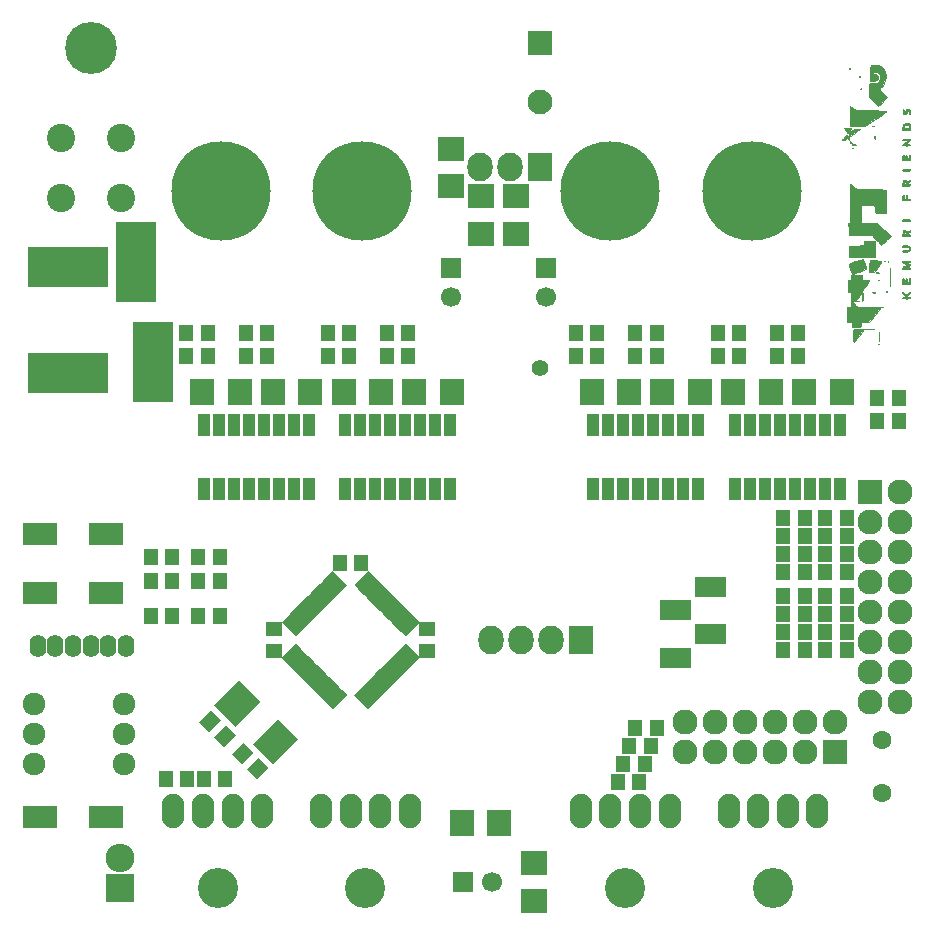
<source format=gbr>
G04 #@! TF.FileFunction,Soldermask,Top*
%FSLAX46Y46*%
G04 Gerber Fmt 4.6, Leading zero omitted, Abs format (unit mm)*
G04 Created by KiCad (PCBNEW 4.0.6) date 03/21/17 17:18:59*
%MOMM*%
%LPD*%
G01*
G04 APERTURE LIST*
%ADD10C,0.100000*%
%ADD11C,0.010000*%
%ADD12C,2.100000*%
%ADD13R,2.100000X2.100000*%
%ADD14R,1.000000X1.900000*%
%ADD15C,1.700000*%
%ADD16R,1.700000X1.700000*%
%ADD17R,2.000000X2.200000*%
%ADD18R,2.432000X2.432000*%
%ADD19O,2.432000X2.432000*%
%ADD20R,2.200000X2.000000*%
%ADD21R,1.200000X1.400000*%
%ADD22R,1.400000X1.200000*%
%ADD23C,1.600000*%
%ADD24R,2.127200X2.432000*%
%ADD25O,2.127200X2.432000*%
%ADD26R,2.127200X2.127200*%
%ADD27O,2.127200X2.127200*%
%ADD28R,3.000000X1.900000*%
%ADD29O,1.400000X1.924000*%
%ADD30C,1.924000*%
%ADD31C,2.400000*%
%ADD32C,4.400000*%
%ADD33O,1.900000X2.900000*%
%ADD34C,3.400000*%
%ADD35R,3.400000X6.900000*%
%ADD36R,6.851600X3.400000*%
%ADD37C,1.400000*%
%ADD38R,1.365200X1.670000*%
%ADD39C,8.400000*%
%ADD40R,4.400000X4.400000*%
G04 APERTURE END LIST*
D10*
D11*
G36*
X74820995Y-25125776D02*
X74901291Y-25185503D01*
X74968356Y-25234948D01*
X74974831Y-25239673D01*
X75011785Y-25256320D01*
X75056046Y-25246743D01*
X75122129Y-25204976D01*
X75193836Y-25149660D01*
X75281266Y-25081015D01*
X75330220Y-25048652D01*
X75351855Y-25049249D01*
X75357333Y-25079484D01*
X75357500Y-25100942D01*
X75340624Y-25164105D01*
X75283719Y-25232932D01*
X75200558Y-25302080D01*
X75118115Y-25368222D01*
X75060600Y-25420734D01*
X75041808Y-25445438D01*
X75069276Y-25459010D01*
X75141502Y-25467633D01*
X75198750Y-25469250D01*
X75293968Y-25472594D01*
X75341458Y-25486784D01*
X75356820Y-25518063D01*
X75357500Y-25532750D01*
X75353142Y-25561652D01*
X75332407Y-25580153D01*
X75283801Y-25590553D01*
X75195831Y-25595151D01*
X75057004Y-25596245D01*
X75040000Y-25596250D01*
X74895493Y-25595379D01*
X74802986Y-25591232D01*
X74750985Y-25581511D01*
X74727996Y-25563917D01*
X74722525Y-25536151D01*
X74722500Y-25532750D01*
X74731848Y-25493068D01*
X74770665Y-25474303D01*
X74855111Y-25469275D01*
X74865375Y-25469250D01*
X74950595Y-25464011D01*
X75001704Y-25450757D01*
X75008250Y-25442883D01*
X74984476Y-25411290D01*
X74923221Y-25357723D01*
X74865375Y-25313910D01*
X74771982Y-25236146D01*
X74728511Y-25169386D01*
X74722500Y-25131741D01*
X74722500Y-25052177D01*
X74820995Y-25125776D01*
X74820995Y-25125776D01*
G37*
X74820995Y-25125776D02*
X74901291Y-25185503D01*
X74968356Y-25234948D01*
X74974831Y-25239673D01*
X75011785Y-25256320D01*
X75056046Y-25246743D01*
X75122129Y-25204976D01*
X75193836Y-25149660D01*
X75281266Y-25081015D01*
X75330220Y-25048652D01*
X75351855Y-25049249D01*
X75357333Y-25079484D01*
X75357500Y-25100942D01*
X75340624Y-25164105D01*
X75283719Y-25232932D01*
X75200558Y-25302080D01*
X75118115Y-25368222D01*
X75060600Y-25420734D01*
X75041808Y-25445438D01*
X75069276Y-25459010D01*
X75141502Y-25467633D01*
X75198750Y-25469250D01*
X75293968Y-25472594D01*
X75341458Y-25486784D01*
X75356820Y-25518063D01*
X75357500Y-25532750D01*
X75353142Y-25561652D01*
X75332407Y-25580153D01*
X75283801Y-25590553D01*
X75195831Y-25595151D01*
X75057004Y-25596245D01*
X75040000Y-25596250D01*
X74895493Y-25595379D01*
X74802986Y-25591232D01*
X74750985Y-25581511D01*
X74727996Y-25563917D01*
X74722525Y-25536151D01*
X74722500Y-25532750D01*
X74731848Y-25493068D01*
X74770665Y-25474303D01*
X74855111Y-25469275D01*
X74865375Y-25469250D01*
X74950595Y-25464011D01*
X75001704Y-25450757D01*
X75008250Y-25442883D01*
X74984476Y-25411290D01*
X74923221Y-25357723D01*
X74865375Y-25313910D01*
X74771982Y-25236146D01*
X74728511Y-25169386D01*
X74722500Y-25131741D01*
X74722500Y-25052177D01*
X74820995Y-25125776D01*
G36*
X74724994Y-23962521D02*
X74734010Y-23888792D01*
X74751842Y-23855456D01*
X74770125Y-23850000D01*
X74800074Y-23866995D01*
X74814702Y-23925836D01*
X74817750Y-24008750D01*
X74820323Y-24102967D01*
X74833456Y-24149969D01*
X74865269Y-24165997D01*
X74897125Y-24167500D01*
X74946105Y-24161579D01*
X74969312Y-24132470D01*
X74976196Y-24063162D01*
X74976500Y-24024625D01*
X74982732Y-23930455D01*
X75003925Y-23887560D01*
X75024125Y-23881750D01*
X75055515Y-23900449D01*
X75069813Y-23964027D01*
X75071750Y-24024625D01*
X75074511Y-24112482D01*
X75090453Y-24154093D01*
X75131065Y-24166693D01*
X75167000Y-24167500D01*
X75223385Y-24164032D01*
X75251503Y-24142707D01*
X75261180Y-24087145D01*
X75262250Y-24008750D01*
X75267348Y-23908919D01*
X75285000Y-23860159D01*
X75309875Y-23850000D01*
X75334995Y-23862474D01*
X75349741Y-23907551D01*
X75356408Y-23996715D01*
X75357500Y-24088125D01*
X75357500Y-24326250D01*
X74722500Y-24326250D01*
X74722500Y-24088125D01*
X74724994Y-23962521D01*
X74724994Y-23962521D01*
G37*
X74724994Y-23962521D02*
X74734010Y-23888792D01*
X74751842Y-23855456D01*
X74770125Y-23850000D01*
X74800074Y-23866995D01*
X74814702Y-23925836D01*
X74817750Y-24008750D01*
X74820323Y-24102967D01*
X74833456Y-24149969D01*
X74865269Y-24165997D01*
X74897125Y-24167500D01*
X74946105Y-24161579D01*
X74969312Y-24132470D01*
X74976196Y-24063162D01*
X74976500Y-24024625D01*
X74982732Y-23930455D01*
X75003925Y-23887560D01*
X75024125Y-23881750D01*
X75055515Y-23900449D01*
X75069813Y-23964027D01*
X75071750Y-24024625D01*
X75074511Y-24112482D01*
X75090453Y-24154093D01*
X75131065Y-24166693D01*
X75167000Y-24167500D01*
X75223385Y-24164032D01*
X75251503Y-24142707D01*
X75261180Y-24087145D01*
X75262250Y-24008750D01*
X75267348Y-23908919D01*
X75285000Y-23860159D01*
X75309875Y-23850000D01*
X75334995Y-23862474D01*
X75349741Y-23907551D01*
X75356408Y-23996715D01*
X75357500Y-24088125D01*
X75357500Y-24326250D01*
X74722500Y-24326250D01*
X74722500Y-24088125D01*
X74724994Y-23962521D01*
G36*
X74726791Y-22945059D02*
X74748289Y-22910173D01*
X74799932Y-22880320D01*
X74894657Y-22845896D01*
X74944750Y-22829582D01*
X75052193Y-22792563D01*
X75131088Y-22760776D01*
X75166392Y-22740372D01*
X75167000Y-22738750D01*
X75139119Y-22720464D01*
X75065508Y-22689922D01*
X74961208Y-22653272D01*
X74944750Y-22647919D01*
X74830220Y-22609229D01*
X74763698Y-22578767D01*
X74732246Y-22546930D01*
X74722928Y-22504113D01*
X74722500Y-22482920D01*
X74722500Y-22389500D01*
X75040000Y-22389500D01*
X75184615Y-22390415D01*
X75277205Y-22394653D01*
X75329237Y-22404458D01*
X75352177Y-22422074D01*
X75357491Y-22449742D01*
X75357500Y-22451610D01*
X75350649Y-22484197D01*
X75321289Y-22504129D01*
X75256204Y-22515507D01*
X75142179Y-22522431D01*
X75127312Y-22523047D01*
X74897125Y-22532375D01*
X75127312Y-22610062D01*
X75256272Y-22658481D01*
X75330365Y-22699363D01*
X75357106Y-22737026D01*
X75357500Y-22742354D01*
X75336433Y-22780305D01*
X75268402Y-22821410D01*
X75146162Y-22869892D01*
X75127312Y-22876473D01*
X74897125Y-22955987D01*
X75127312Y-22958494D01*
X75246682Y-22961442D01*
X75315913Y-22969596D01*
X75348351Y-22986781D01*
X75357341Y-23016826D01*
X75357500Y-23024500D01*
X75353142Y-23053402D01*
X75332407Y-23071903D01*
X75283801Y-23082303D01*
X75195831Y-23086901D01*
X75057004Y-23087995D01*
X75040000Y-23088000D01*
X74722500Y-23088000D01*
X74722500Y-22994581D01*
X74726791Y-22945059D01*
X74726791Y-22945059D01*
G37*
X74726791Y-22945059D02*
X74748289Y-22910173D01*
X74799932Y-22880320D01*
X74894657Y-22845896D01*
X74944750Y-22829582D01*
X75052193Y-22792563D01*
X75131088Y-22760776D01*
X75166392Y-22740372D01*
X75167000Y-22738750D01*
X75139119Y-22720464D01*
X75065508Y-22689922D01*
X74961208Y-22653272D01*
X74944750Y-22647919D01*
X74830220Y-22609229D01*
X74763698Y-22578767D01*
X74732246Y-22546930D01*
X74722928Y-22504113D01*
X74722500Y-22482920D01*
X74722500Y-22389500D01*
X75040000Y-22389500D01*
X75184615Y-22390415D01*
X75277205Y-22394653D01*
X75329237Y-22404458D01*
X75352177Y-22422074D01*
X75357491Y-22449742D01*
X75357500Y-22451610D01*
X75350649Y-22484197D01*
X75321289Y-22504129D01*
X75256204Y-22515507D01*
X75142179Y-22522431D01*
X75127312Y-22523047D01*
X74897125Y-22532375D01*
X75127312Y-22610062D01*
X75256272Y-22658481D01*
X75330365Y-22699363D01*
X75357106Y-22737026D01*
X75357500Y-22742354D01*
X75336433Y-22780305D01*
X75268402Y-22821410D01*
X75146162Y-22869892D01*
X75127312Y-22876473D01*
X74897125Y-22955987D01*
X75127312Y-22958494D01*
X75246682Y-22961442D01*
X75315913Y-22969596D01*
X75348351Y-22986781D01*
X75357341Y-23016826D01*
X75357500Y-23024500D01*
X75353142Y-23053402D01*
X75332407Y-23071903D01*
X75283801Y-23082303D01*
X75195831Y-23086901D01*
X75057004Y-23087995D01*
X75040000Y-23088000D01*
X74722500Y-23088000D01*
X74722500Y-22994581D01*
X74726791Y-22945059D01*
G36*
X74725302Y-21127384D02*
X74742450Y-21103773D01*
X74787056Y-21092096D01*
X74872231Y-21088155D01*
X74970431Y-21087750D01*
X75121112Y-21093700D01*
X75229108Y-21110496D01*
X75275279Y-21129369D01*
X75312399Y-21186624D01*
X75338987Y-21281332D01*
X75350750Y-21387756D01*
X75343400Y-21480156D01*
X75337141Y-21500500D01*
X75298037Y-21562240D01*
X75231358Y-21601279D01*
X75125382Y-21621679D01*
X74970431Y-21627500D01*
X74845580Y-21626061D01*
X74771327Y-21619588D01*
X74734794Y-21604851D01*
X74723106Y-21578618D01*
X74722500Y-21565285D01*
X74728533Y-21534370D01*
X74754959Y-21514853D01*
X74814267Y-21503328D01*
X74918945Y-21496390D01*
X74984437Y-21493847D01*
X75246375Y-21484625D01*
X75256229Y-21365563D01*
X75266083Y-21246500D01*
X74994291Y-21246500D01*
X74863045Y-21245784D01*
X74782771Y-21241197D01*
X74740940Y-21229079D01*
X74725026Y-21205773D01*
X74722500Y-21167619D01*
X74722500Y-21167125D01*
X74725302Y-21127384D01*
X74725302Y-21127384D01*
G37*
X74725302Y-21127384D02*
X74742450Y-21103773D01*
X74787056Y-21092096D01*
X74872231Y-21088155D01*
X74970431Y-21087750D01*
X75121112Y-21093700D01*
X75229108Y-21110496D01*
X75275279Y-21129369D01*
X75312399Y-21186624D01*
X75338987Y-21281332D01*
X75350750Y-21387756D01*
X75343400Y-21480156D01*
X75337141Y-21500500D01*
X75298037Y-21562240D01*
X75231358Y-21601279D01*
X75125382Y-21621679D01*
X74970431Y-21627500D01*
X74845580Y-21626061D01*
X74771327Y-21619588D01*
X74734794Y-21604851D01*
X74723106Y-21578618D01*
X74722500Y-21565285D01*
X74728533Y-21534370D01*
X74754959Y-21514853D01*
X74814267Y-21503328D01*
X74918945Y-21496390D01*
X74984437Y-21493847D01*
X75246375Y-21484625D01*
X75256229Y-21365563D01*
X75266083Y-21246500D01*
X74994291Y-21246500D01*
X74863045Y-21245784D01*
X74782771Y-21241197D01*
X74740940Y-21229079D01*
X74725026Y-21205773D01*
X74722500Y-21167619D01*
X74722500Y-21167125D01*
X74725302Y-21127384D01*
G36*
X74727779Y-20018939D02*
X74741427Y-19923498D01*
X74755367Y-19879163D01*
X74806218Y-19836025D01*
X74884687Y-19817361D01*
X74969326Y-19821721D01*
X75038686Y-19847658D01*
X75071320Y-19893724D01*
X75071750Y-19900522D01*
X75080960Y-19936462D01*
X75114927Y-19937302D01*
X75183158Y-19900980D01*
X75239004Y-19864231D01*
X75357500Y-19783711D01*
X75357500Y-19863283D01*
X75339871Y-19927421D01*
X75278810Y-19985420D01*
X75230744Y-20015240D01*
X75138989Y-20077807D01*
X75107155Y-20125222D01*
X75135243Y-20155576D01*
X75223258Y-20166962D01*
X75230500Y-20167000D01*
X75312323Y-20171333D01*
X75348691Y-20191768D01*
X75357454Y-20239463D01*
X75357500Y-20246375D01*
X75355567Y-20282397D01*
X75342042Y-20305441D01*
X75305329Y-20318407D01*
X75233836Y-20324193D01*
X75115969Y-20325698D01*
X75040000Y-20325750D01*
X74910988Y-20325750D01*
X74910988Y-20167000D01*
X74975881Y-20161179D01*
X75002818Y-20130947D01*
X75008247Y-20057156D01*
X75008250Y-20053767D01*
X75003696Y-19978899D01*
X74980312Y-19950152D01*
X74923511Y-19950286D01*
X74920937Y-19950579D01*
X74858109Y-19968965D01*
X74830334Y-20018277D01*
X74823675Y-20063813D01*
X74822297Y-20134498D01*
X74848320Y-20162315D01*
X74910988Y-20167000D01*
X74910988Y-20325750D01*
X74722500Y-20325750D01*
X74722500Y-20133163D01*
X74727779Y-20018939D01*
X74727779Y-20018939D01*
G37*
X74727779Y-20018939D02*
X74741427Y-19923498D01*
X74755367Y-19879163D01*
X74806218Y-19836025D01*
X74884687Y-19817361D01*
X74969326Y-19821721D01*
X75038686Y-19847658D01*
X75071320Y-19893724D01*
X75071750Y-19900522D01*
X75080960Y-19936462D01*
X75114927Y-19937302D01*
X75183158Y-19900980D01*
X75239004Y-19864231D01*
X75357500Y-19783711D01*
X75357500Y-19863283D01*
X75339871Y-19927421D01*
X75278810Y-19985420D01*
X75230744Y-20015240D01*
X75138989Y-20077807D01*
X75107155Y-20125222D01*
X75135243Y-20155576D01*
X75223258Y-20166962D01*
X75230500Y-20167000D01*
X75312323Y-20171333D01*
X75348691Y-20191768D01*
X75357454Y-20239463D01*
X75357500Y-20246375D01*
X75355567Y-20282397D01*
X75342042Y-20305441D01*
X75305329Y-20318407D01*
X75233836Y-20324193D01*
X75115969Y-20325698D01*
X75040000Y-20325750D01*
X74910988Y-20325750D01*
X74910988Y-20167000D01*
X74975881Y-20161179D01*
X75002818Y-20130947D01*
X75008247Y-20057156D01*
X75008250Y-20053767D01*
X75003696Y-19978899D01*
X74980312Y-19950152D01*
X74923511Y-19950286D01*
X74920937Y-19950579D01*
X74858109Y-19968965D01*
X74830334Y-20018277D01*
X74823675Y-20063813D01*
X74822297Y-20134498D01*
X74848320Y-20162315D01*
X74910988Y-20167000D01*
X74910988Y-20325750D01*
X74722500Y-20325750D01*
X74722500Y-20133163D01*
X74727779Y-20018939D01*
G36*
X74724432Y-18940354D02*
X74737957Y-18917310D01*
X74774670Y-18904344D01*
X74846163Y-18898558D01*
X74964030Y-18897053D01*
X75040000Y-18897000D01*
X75184084Y-18897484D01*
X75276261Y-18900865D01*
X75328126Y-18910043D01*
X75351271Y-18927916D01*
X75357289Y-18957383D01*
X75357500Y-18976375D01*
X75355567Y-19012397D01*
X75342042Y-19035441D01*
X75305329Y-19048407D01*
X75233836Y-19054193D01*
X75115969Y-19055698D01*
X75040000Y-19055750D01*
X74895915Y-19055267D01*
X74803738Y-19051886D01*
X74751873Y-19042708D01*
X74728728Y-19024835D01*
X74722710Y-18995368D01*
X74722500Y-18976375D01*
X74724432Y-18940354D01*
X74724432Y-18940354D01*
G37*
X74724432Y-18940354D02*
X74737957Y-18917310D01*
X74774670Y-18904344D01*
X74846163Y-18898558D01*
X74964030Y-18897053D01*
X75040000Y-18897000D01*
X75184084Y-18897484D01*
X75276261Y-18900865D01*
X75328126Y-18910043D01*
X75351271Y-18927916D01*
X75357289Y-18957383D01*
X75357500Y-18976375D01*
X75355567Y-19012397D01*
X75342042Y-19035441D01*
X75305329Y-19048407D01*
X75233836Y-19054193D01*
X75115969Y-19055698D01*
X75040000Y-19055750D01*
X74895915Y-19055267D01*
X74803738Y-19051886D01*
X74751873Y-19042708D01*
X74728728Y-19024835D01*
X74722710Y-18995368D01*
X74722500Y-18976375D01*
X74724432Y-18940354D01*
G36*
X74724994Y-16914021D02*
X74734010Y-16840292D01*
X74751842Y-16806956D01*
X74770125Y-16801500D01*
X74798845Y-16817178D01*
X74813632Y-16872189D01*
X74817750Y-16976125D01*
X74819349Y-17075956D01*
X74829831Y-17127917D01*
X74857720Y-17147638D01*
X74911543Y-17150750D01*
X74913000Y-17150750D01*
X74969385Y-17147282D01*
X74997503Y-17125957D01*
X75007180Y-17070395D01*
X75008250Y-16992000D01*
X75013348Y-16892169D01*
X75031000Y-16843409D01*
X75055875Y-16833250D01*
X75085824Y-16850245D01*
X75100452Y-16909086D01*
X75103500Y-16992000D01*
X75103500Y-17150750D01*
X75230500Y-17150750D01*
X75313588Y-17156076D01*
X75350309Y-17177598D01*
X75357500Y-17214250D01*
X75353142Y-17243152D01*
X75332407Y-17261653D01*
X75283801Y-17272053D01*
X75195831Y-17276651D01*
X75057004Y-17277745D01*
X75040000Y-17277750D01*
X74722500Y-17277750D01*
X74722500Y-17039625D01*
X74724994Y-16914021D01*
X74724994Y-16914021D01*
G37*
X74724994Y-16914021D02*
X74734010Y-16840292D01*
X74751842Y-16806956D01*
X74770125Y-16801500D01*
X74798845Y-16817178D01*
X74813632Y-16872189D01*
X74817750Y-16976125D01*
X74819349Y-17075956D01*
X74829831Y-17127917D01*
X74857720Y-17147638D01*
X74911543Y-17150750D01*
X74913000Y-17150750D01*
X74969385Y-17147282D01*
X74997503Y-17125957D01*
X75007180Y-17070395D01*
X75008250Y-16992000D01*
X75013348Y-16892169D01*
X75031000Y-16843409D01*
X75055875Y-16833250D01*
X75085824Y-16850245D01*
X75100452Y-16909086D01*
X75103500Y-16992000D01*
X75103500Y-17150750D01*
X75230500Y-17150750D01*
X75313588Y-17156076D01*
X75350309Y-17177598D01*
X75357500Y-17214250D01*
X75353142Y-17243152D01*
X75332407Y-17261653D01*
X75283801Y-17272053D01*
X75195831Y-17276651D01*
X75057004Y-17277745D01*
X75040000Y-17277750D01*
X74722500Y-17277750D01*
X74722500Y-17039625D01*
X74724994Y-16914021D01*
G36*
X74729441Y-15720469D02*
X74754775Y-15630167D01*
X74805262Y-15581472D01*
X74887666Y-15563976D01*
X74917089Y-15563250D01*
X75005407Y-15570278D01*
X75049411Y-15596645D01*
X75062550Y-15626750D01*
X75079526Y-15675234D01*
X75106182Y-15684501D01*
X75159711Y-15655234D01*
X75193848Y-15631956D01*
X75282649Y-15572340D01*
X75331707Y-15547859D01*
X75352741Y-15556450D01*
X75357471Y-15596052D01*
X75357500Y-15603155D01*
X75337215Y-15666798D01*
X75269274Y-15726626D01*
X75230500Y-15749936D01*
X75154300Y-15801942D01*
X75108979Y-15850605D01*
X75103500Y-15866907D01*
X75127275Y-15899183D01*
X75203438Y-15912022D01*
X75230500Y-15912500D01*
X75313588Y-15917826D01*
X75350309Y-15939348D01*
X75357500Y-15976000D01*
X75353142Y-16004902D01*
X75332407Y-16023403D01*
X75283801Y-16033803D01*
X75195831Y-16038401D01*
X75057004Y-16039495D01*
X75040000Y-16039500D01*
X74913000Y-16039500D01*
X74913000Y-15912500D01*
X74976994Y-15906306D01*
X75003242Y-15874884D01*
X75008250Y-15801375D01*
X75002940Y-15726715D01*
X74976007Y-15696092D01*
X74913000Y-15690250D01*
X74849005Y-15696445D01*
X74822757Y-15727867D01*
X74817750Y-15801375D01*
X74823059Y-15876036D01*
X74849992Y-15906659D01*
X74913000Y-15912500D01*
X74913000Y-16039500D01*
X74722500Y-16039500D01*
X74722500Y-15862788D01*
X74729441Y-15720469D01*
X74729441Y-15720469D01*
G37*
X74729441Y-15720469D02*
X74754775Y-15630167D01*
X74805262Y-15581472D01*
X74887666Y-15563976D01*
X74917089Y-15563250D01*
X75005407Y-15570278D01*
X75049411Y-15596645D01*
X75062550Y-15626750D01*
X75079526Y-15675234D01*
X75106182Y-15684501D01*
X75159711Y-15655234D01*
X75193848Y-15631956D01*
X75282649Y-15572340D01*
X75331707Y-15547859D01*
X75352741Y-15556450D01*
X75357471Y-15596052D01*
X75357500Y-15603155D01*
X75337215Y-15666798D01*
X75269274Y-15726626D01*
X75230500Y-15749936D01*
X75154300Y-15801942D01*
X75108979Y-15850605D01*
X75103500Y-15866907D01*
X75127275Y-15899183D01*
X75203438Y-15912022D01*
X75230500Y-15912500D01*
X75313588Y-15917826D01*
X75350309Y-15939348D01*
X75357500Y-15976000D01*
X75353142Y-16004902D01*
X75332407Y-16023403D01*
X75283801Y-16033803D01*
X75195831Y-16038401D01*
X75057004Y-16039495D01*
X75040000Y-16039500D01*
X74913000Y-16039500D01*
X74913000Y-15912500D01*
X74976994Y-15906306D01*
X75003242Y-15874884D01*
X75008250Y-15801375D01*
X75002940Y-15726715D01*
X74976007Y-15696092D01*
X74913000Y-15690250D01*
X74849005Y-15696445D01*
X74822757Y-15727867D01*
X74817750Y-15801375D01*
X74823059Y-15876036D01*
X74849992Y-15906659D01*
X74913000Y-15912500D01*
X74913000Y-16039500D01*
X74722500Y-16039500D01*
X74722500Y-15862788D01*
X74729441Y-15720469D01*
G36*
X74726857Y-14677099D02*
X74747592Y-14658598D01*
X74796198Y-14648198D01*
X74884168Y-14643600D01*
X75022995Y-14642506D01*
X75040000Y-14642500D01*
X75184506Y-14643372D01*
X75277013Y-14647519D01*
X75329014Y-14657240D01*
X75352003Y-14674834D01*
X75357474Y-14702600D01*
X75357500Y-14706000D01*
X75353142Y-14734902D01*
X75332407Y-14753403D01*
X75283801Y-14763803D01*
X75195831Y-14768401D01*
X75057004Y-14769495D01*
X75040000Y-14769500D01*
X74895493Y-14768629D01*
X74802986Y-14764482D01*
X74750985Y-14754761D01*
X74727996Y-14737167D01*
X74722525Y-14709401D01*
X74722500Y-14706000D01*
X74726857Y-14677099D01*
X74726857Y-14677099D01*
G37*
X74726857Y-14677099D02*
X74747592Y-14658598D01*
X74796198Y-14648198D01*
X74884168Y-14643600D01*
X75022995Y-14642506D01*
X75040000Y-14642500D01*
X75184506Y-14643372D01*
X75277013Y-14647519D01*
X75329014Y-14657240D01*
X75352003Y-14674834D01*
X75357474Y-14702600D01*
X75357500Y-14706000D01*
X75353142Y-14734902D01*
X75332407Y-14753403D01*
X75283801Y-14763803D01*
X75195831Y-14768401D01*
X75057004Y-14769495D01*
X75040000Y-14769500D01*
X74895493Y-14768629D01*
X74802986Y-14764482D01*
X74750985Y-14754761D01*
X74727996Y-14737167D01*
X74722525Y-14709401D01*
X74722500Y-14706000D01*
X74726857Y-14677099D01*
G36*
X74724994Y-13516771D02*
X74734010Y-13443042D01*
X74751842Y-13409706D01*
X74770125Y-13404250D01*
X74800074Y-13421245D01*
X74814702Y-13480086D01*
X74817750Y-13563000D01*
X74820323Y-13657217D01*
X74833456Y-13704219D01*
X74865269Y-13720247D01*
X74897125Y-13721750D01*
X74946105Y-13715829D01*
X74969312Y-13686720D01*
X74976196Y-13617412D01*
X74976500Y-13578875D01*
X74982732Y-13484705D01*
X75003925Y-13441810D01*
X75024125Y-13436000D01*
X75055515Y-13454699D01*
X75069813Y-13518277D01*
X75071750Y-13578875D01*
X75074511Y-13666732D01*
X75090453Y-13708343D01*
X75131065Y-13720943D01*
X75167000Y-13721750D01*
X75223385Y-13718282D01*
X75251503Y-13696957D01*
X75261180Y-13641395D01*
X75262250Y-13563000D01*
X75267348Y-13463169D01*
X75285000Y-13414409D01*
X75309875Y-13404250D01*
X75334995Y-13416724D01*
X75349741Y-13461801D01*
X75356408Y-13550965D01*
X75357500Y-13642375D01*
X75357500Y-13880500D01*
X74722500Y-13880500D01*
X74722500Y-13642375D01*
X74724994Y-13516771D01*
X74724994Y-13516771D01*
G37*
X74724994Y-13516771D02*
X74734010Y-13443042D01*
X74751842Y-13409706D01*
X74770125Y-13404250D01*
X74800074Y-13421245D01*
X74814702Y-13480086D01*
X74817750Y-13563000D01*
X74820323Y-13657217D01*
X74833456Y-13704219D01*
X74865269Y-13720247D01*
X74897125Y-13721750D01*
X74946105Y-13715829D01*
X74969312Y-13686720D01*
X74976196Y-13617412D01*
X74976500Y-13578875D01*
X74982732Y-13484705D01*
X75003925Y-13441810D01*
X75024125Y-13436000D01*
X75055515Y-13454699D01*
X75069813Y-13518277D01*
X75071750Y-13578875D01*
X75074511Y-13666732D01*
X75090453Y-13708343D01*
X75131065Y-13720943D01*
X75167000Y-13721750D01*
X75223385Y-13718282D01*
X75251503Y-13696957D01*
X75261180Y-13641395D01*
X75262250Y-13563000D01*
X75267348Y-13463169D01*
X75285000Y-13414409D01*
X75309875Y-13404250D01*
X75334995Y-13416724D01*
X75349741Y-13461801D01*
X75356408Y-13550965D01*
X75357500Y-13642375D01*
X75357500Y-13880500D01*
X74722500Y-13880500D01*
X74722500Y-13642375D01*
X74724994Y-13516771D01*
G36*
X74726857Y-12105349D02*
X74747592Y-12086848D01*
X74796198Y-12076448D01*
X74884168Y-12071850D01*
X75022995Y-12070756D01*
X75040000Y-12070750D01*
X75184114Y-12071346D01*
X75276315Y-12074936D01*
X75328191Y-12084228D01*
X75351328Y-12101929D01*
X75357312Y-12130746D01*
X75357500Y-12144926D01*
X75341935Y-12196420D01*
X75289484Y-12255696D01*
X75191513Y-12331753D01*
X75151880Y-12359239D01*
X75054869Y-12428124D01*
X74982300Y-12484922D01*
X74947003Y-12519441D01*
X74945505Y-12523188D01*
X74974060Y-12535311D01*
X75049511Y-12543887D01*
X75151125Y-12547000D01*
X75266883Y-12550180D01*
X75331223Y-12561541D01*
X75355988Y-12583817D01*
X75357500Y-12594625D01*
X75347008Y-12616834D01*
X75308569Y-12631092D01*
X75231739Y-12638967D01*
X75106074Y-12642025D01*
X75040000Y-12642250D01*
X74895478Y-12641373D01*
X74802960Y-12637213D01*
X74750954Y-12627480D01*
X74727972Y-12609883D01*
X74722523Y-12582133D01*
X74722500Y-12578955D01*
X74750087Y-12522421D01*
X74834053Y-12446588D01*
X74928214Y-12380517D01*
X75025723Y-12313653D01*
X75098429Y-12258455D01*
X75133293Y-12224964D01*
X75134589Y-12221563D01*
X75105983Y-12209440D01*
X75030491Y-12200863D01*
X74928875Y-12197750D01*
X74817188Y-12195771D01*
X74754920Y-12186956D01*
X74728039Y-12166987D01*
X74722500Y-12134250D01*
X74726857Y-12105349D01*
X74726857Y-12105349D01*
G37*
X74726857Y-12105349D02*
X74747592Y-12086848D01*
X74796198Y-12076448D01*
X74884168Y-12071850D01*
X75022995Y-12070756D01*
X75040000Y-12070750D01*
X75184114Y-12071346D01*
X75276315Y-12074936D01*
X75328191Y-12084228D01*
X75351328Y-12101929D01*
X75357312Y-12130746D01*
X75357500Y-12144926D01*
X75341935Y-12196420D01*
X75289484Y-12255696D01*
X75191513Y-12331753D01*
X75151880Y-12359239D01*
X75054869Y-12428124D01*
X74982300Y-12484922D01*
X74947003Y-12519441D01*
X74945505Y-12523188D01*
X74974060Y-12535311D01*
X75049511Y-12543887D01*
X75151125Y-12547000D01*
X75266883Y-12550180D01*
X75331223Y-12561541D01*
X75355988Y-12583817D01*
X75357500Y-12594625D01*
X75347008Y-12616834D01*
X75308569Y-12631092D01*
X75231739Y-12638967D01*
X75106074Y-12642025D01*
X75040000Y-12642250D01*
X74895478Y-12641373D01*
X74802960Y-12637213D01*
X74750954Y-12627480D01*
X74727972Y-12609883D01*
X74722523Y-12582133D01*
X74722500Y-12578955D01*
X74750087Y-12522421D01*
X74834053Y-12446588D01*
X74928214Y-12380517D01*
X75025723Y-12313653D01*
X75098429Y-12258455D01*
X75133293Y-12224964D01*
X75134589Y-12221563D01*
X75105983Y-12209440D01*
X75030491Y-12200863D01*
X74928875Y-12197750D01*
X74817188Y-12195771D01*
X74754920Y-12186956D01*
X74728039Y-12166987D01*
X74722500Y-12134250D01*
X74726857Y-12105349D01*
G36*
X74729236Y-10958325D02*
X74756419Y-10859322D01*
X74814505Y-10801833D01*
X74913953Y-10775261D01*
X75058461Y-10769000D01*
X75180281Y-10770380D01*
X75253875Y-10777611D01*
X75294502Y-10795328D01*
X75317425Y-10828169D01*
X75326535Y-10850442D01*
X75343675Y-10927239D01*
X75354920Y-11038442D01*
X75357500Y-11120317D01*
X75357500Y-11308750D01*
X75266083Y-11308750D01*
X75266083Y-11150000D01*
X75256229Y-11030938D01*
X75246375Y-10911875D01*
X74833625Y-10911875D01*
X74823770Y-11030938D01*
X74813916Y-11150000D01*
X75266083Y-11150000D01*
X75266083Y-11308750D01*
X74722500Y-11308750D01*
X74722500Y-11109440D01*
X74729236Y-10958325D01*
X74729236Y-10958325D01*
G37*
X74729236Y-10958325D02*
X74756419Y-10859322D01*
X74814505Y-10801833D01*
X74913953Y-10775261D01*
X75058461Y-10769000D01*
X75180281Y-10770380D01*
X75253875Y-10777611D01*
X75294502Y-10795328D01*
X75317425Y-10828169D01*
X75326535Y-10850442D01*
X75343675Y-10927239D01*
X75354920Y-11038442D01*
X75357500Y-11120317D01*
X75357500Y-11308750D01*
X75266083Y-11308750D01*
X75266083Y-11150000D01*
X75256229Y-11030938D01*
X75246375Y-10911875D01*
X74833625Y-10911875D01*
X74823770Y-11030938D01*
X74813916Y-11150000D01*
X75266083Y-11150000D01*
X75266083Y-11308750D01*
X74722500Y-11308750D01*
X74722500Y-11109440D01*
X74729236Y-10958325D01*
G36*
X74738552Y-9638240D02*
X74762914Y-9580230D01*
X74776239Y-9570854D01*
X74803630Y-9591353D01*
X74820707Y-9673171D01*
X74823864Y-9711275D01*
X74834155Y-9805621D01*
X74854996Y-9853671D01*
X74894940Y-9872598D01*
X74905062Y-9874271D01*
X74952543Y-9873066D01*
X74972620Y-9840032D01*
X74976500Y-9768996D01*
X74989986Y-9641463D01*
X75033887Y-9565123D01*
X75113363Y-9532909D01*
X75150441Y-9530750D01*
X75251534Y-9550756D01*
X75308074Y-9601315D01*
X75334797Y-9668181D01*
X75352122Y-9764644D01*
X75358273Y-9866551D01*
X75351476Y-9949749D01*
X75336333Y-9985834D01*
X75298771Y-10005987D01*
X75273897Y-9973844D01*
X75259153Y-9884772D01*
X75255971Y-9840313D01*
X75246836Y-9741664D01*
X75229744Y-9691414D01*
X75198080Y-9674476D01*
X75182875Y-9673625D01*
X75138522Y-9687771D01*
X75113100Y-9740388D01*
X75102386Y-9800625D01*
X75080948Y-9913148D01*
X75046325Y-9975870D01*
X74986081Y-10002489D01*
X74914978Y-10007000D01*
X74830129Y-9999428D01*
X74782807Y-9967110D01*
X74755941Y-9915835D01*
X74733782Y-9827855D01*
X74728413Y-9728052D01*
X74738552Y-9638240D01*
X74738552Y-9638240D01*
G37*
X74738552Y-9638240D02*
X74762914Y-9580230D01*
X74776239Y-9570854D01*
X74803630Y-9591353D01*
X74820707Y-9673171D01*
X74823864Y-9711275D01*
X74834155Y-9805621D01*
X74854996Y-9853671D01*
X74894940Y-9872598D01*
X74905062Y-9874271D01*
X74952543Y-9873066D01*
X74972620Y-9840032D01*
X74976500Y-9768996D01*
X74989986Y-9641463D01*
X75033887Y-9565123D01*
X75113363Y-9532909D01*
X75150441Y-9530750D01*
X75251534Y-9550756D01*
X75308074Y-9601315D01*
X75334797Y-9668181D01*
X75352122Y-9764644D01*
X75358273Y-9866551D01*
X75351476Y-9949749D01*
X75336333Y-9985834D01*
X75298771Y-10005987D01*
X75273897Y-9973844D01*
X75259153Y-9884772D01*
X75255971Y-9840313D01*
X75246836Y-9741664D01*
X75229744Y-9691414D01*
X75198080Y-9674476D01*
X75182875Y-9673625D01*
X75138522Y-9687771D01*
X75113100Y-9740388D01*
X75102386Y-9800625D01*
X75080948Y-9913148D01*
X75046325Y-9975870D01*
X74986081Y-10002489D01*
X74914978Y-10007000D01*
X74830129Y-9999428D01*
X74782807Y-9967110D01*
X74755941Y-9915835D01*
X74733782Y-9827855D01*
X74728413Y-9728052D01*
X74738552Y-9638240D01*
G36*
X70483875Y-19170890D02*
X70245749Y-19112942D01*
X70245750Y-17476051D01*
X70245838Y-17111886D01*
X70246217Y-16806294D01*
X70247059Y-16554346D01*
X70248537Y-16351114D01*
X70250823Y-16191671D01*
X70254088Y-16071088D01*
X70258504Y-15984437D01*
X70264245Y-15926792D01*
X70271482Y-15893223D01*
X70280387Y-15878802D01*
X70291133Y-15878603D01*
X70301312Y-15885490D01*
X70352068Y-15927866D01*
X70434883Y-15997062D01*
X70533105Y-16079163D01*
X70547375Y-16091093D01*
X70628218Y-16159913D01*
X70694525Y-16215793D01*
X70753718Y-16260074D01*
X70813218Y-16294095D01*
X70880445Y-16319196D01*
X70962821Y-16336716D01*
X71067766Y-16347995D01*
X71202704Y-16354372D01*
X71375054Y-16357187D01*
X71592237Y-16357780D01*
X71861676Y-16357490D01*
X72022877Y-16357434D01*
X72287126Y-16358061D01*
X72533396Y-16359649D01*
X72753940Y-16362071D01*
X72941013Y-16365202D01*
X73086868Y-16368915D01*
X73183760Y-16373083D01*
X73222312Y-16377012D01*
X73293750Y-16396157D01*
X73293750Y-18357250D01*
X72968312Y-18355421D01*
X72814950Y-18352411D01*
X72671053Y-18345836D01*
X72557768Y-18336828D01*
X72515875Y-18331195D01*
X72388875Y-18308799D01*
X72373000Y-18030151D01*
X72360424Y-17876902D01*
X72342505Y-17778932D01*
X72317573Y-17728124D01*
X72309500Y-17721488D01*
X72262912Y-17711530D01*
X72166566Y-17703356D01*
X72034182Y-17697116D01*
X71879478Y-17692961D01*
X71716175Y-17691045D01*
X71557994Y-17691517D01*
X71418654Y-17694530D01*
X71311875Y-17700234D01*
X71251378Y-17708782D01*
X71248471Y-17709772D01*
X71231827Y-17723044D01*
X71219252Y-17753566D01*
X71210198Y-17809116D01*
X71204118Y-17897468D01*
X71200465Y-18026398D01*
X71198692Y-18203683D01*
X71198250Y-18423240D01*
X71198250Y-19117435D01*
X71095062Y-19147229D01*
X71081431Y-19157532D01*
X71120931Y-19165753D01*
X71215858Y-19172013D01*
X71368511Y-19176433D01*
X71581187Y-19179136D01*
X71712120Y-19179887D01*
X71924494Y-19182085D01*
X72119581Y-19186651D01*
X72287025Y-19193139D01*
X72416469Y-19201104D01*
X72497558Y-19210099D01*
X72515828Y-19214483D01*
X72553289Y-19240471D01*
X72628256Y-19301538D01*
X72732990Y-19390731D01*
X72859751Y-19501099D01*
X73000803Y-19625691D01*
X73148405Y-19757556D01*
X73294819Y-19889742D01*
X73432306Y-20015297D01*
X73553128Y-20127270D01*
X73649545Y-20218710D01*
X73713820Y-20282665D01*
X73738213Y-20312183D01*
X73738250Y-20312543D01*
X73715824Y-20335158D01*
X73653746Y-20392851D01*
X73559810Y-20478503D01*
X73441813Y-20584992D01*
X73344427Y-20672272D01*
X73211771Y-20789433D01*
X73094829Y-20890075D01*
X73002019Y-20967163D01*
X72941758Y-21013662D01*
X72923263Y-21024250D01*
X72893022Y-21002808D01*
X72826013Y-20943313D01*
X72729969Y-20853015D01*
X72612621Y-20739161D01*
X72500447Y-20627824D01*
X72104973Y-20231398D01*
X71135674Y-20223012D01*
X70166375Y-20214625D01*
X70157637Y-19715763D01*
X70148899Y-19216900D01*
X70483875Y-19170890D01*
X70483875Y-19170890D01*
G37*
X70483875Y-19170890D02*
X70245749Y-19112942D01*
X70245750Y-17476051D01*
X70245838Y-17111886D01*
X70246217Y-16806294D01*
X70247059Y-16554346D01*
X70248537Y-16351114D01*
X70250823Y-16191671D01*
X70254088Y-16071088D01*
X70258504Y-15984437D01*
X70264245Y-15926792D01*
X70271482Y-15893223D01*
X70280387Y-15878802D01*
X70291133Y-15878603D01*
X70301312Y-15885490D01*
X70352068Y-15927866D01*
X70434883Y-15997062D01*
X70533105Y-16079163D01*
X70547375Y-16091093D01*
X70628218Y-16159913D01*
X70694525Y-16215793D01*
X70753718Y-16260074D01*
X70813218Y-16294095D01*
X70880445Y-16319196D01*
X70962821Y-16336716D01*
X71067766Y-16347995D01*
X71202704Y-16354372D01*
X71375054Y-16357187D01*
X71592237Y-16357780D01*
X71861676Y-16357490D01*
X72022877Y-16357434D01*
X72287126Y-16358061D01*
X72533396Y-16359649D01*
X72753940Y-16362071D01*
X72941013Y-16365202D01*
X73086868Y-16368915D01*
X73183760Y-16373083D01*
X73222312Y-16377012D01*
X73293750Y-16396157D01*
X73293750Y-18357250D01*
X72968312Y-18355421D01*
X72814950Y-18352411D01*
X72671053Y-18345836D01*
X72557768Y-18336828D01*
X72515875Y-18331195D01*
X72388875Y-18308799D01*
X72373000Y-18030151D01*
X72360424Y-17876902D01*
X72342505Y-17778932D01*
X72317573Y-17728124D01*
X72309500Y-17721488D01*
X72262912Y-17711530D01*
X72166566Y-17703356D01*
X72034182Y-17697116D01*
X71879478Y-17692961D01*
X71716175Y-17691045D01*
X71557994Y-17691517D01*
X71418654Y-17694530D01*
X71311875Y-17700234D01*
X71251378Y-17708782D01*
X71248471Y-17709772D01*
X71231827Y-17723044D01*
X71219252Y-17753566D01*
X71210198Y-17809116D01*
X71204118Y-17897468D01*
X71200465Y-18026398D01*
X71198692Y-18203683D01*
X71198250Y-18423240D01*
X71198250Y-19117435D01*
X71095062Y-19147229D01*
X71081431Y-19157532D01*
X71120931Y-19165753D01*
X71215858Y-19172013D01*
X71368511Y-19176433D01*
X71581187Y-19179136D01*
X71712120Y-19179887D01*
X71924494Y-19182085D01*
X72119581Y-19186651D01*
X72287025Y-19193139D01*
X72416469Y-19201104D01*
X72497558Y-19210099D01*
X72515828Y-19214483D01*
X72553289Y-19240471D01*
X72628256Y-19301538D01*
X72732990Y-19390731D01*
X72859751Y-19501099D01*
X73000803Y-19625691D01*
X73148405Y-19757556D01*
X73294819Y-19889742D01*
X73432306Y-20015297D01*
X73553128Y-20127270D01*
X73649545Y-20218710D01*
X73713820Y-20282665D01*
X73738213Y-20312183D01*
X73738250Y-20312543D01*
X73715824Y-20335158D01*
X73653746Y-20392851D01*
X73559810Y-20478503D01*
X73441813Y-20584992D01*
X73344427Y-20672272D01*
X73211771Y-20789433D01*
X73094829Y-20890075D01*
X73002019Y-20967163D01*
X72941758Y-21013662D01*
X72923263Y-21024250D01*
X72893022Y-21002808D01*
X72826013Y-20943313D01*
X72729969Y-20853015D01*
X72612621Y-20739161D01*
X72500447Y-20627824D01*
X72104973Y-20231398D01*
X71135674Y-20223012D01*
X70166375Y-20214625D01*
X70157637Y-19715763D01*
X70148899Y-19216900D01*
X70483875Y-19170890D01*
G36*
X73647553Y-23534501D02*
X73649463Y-23262160D01*
X73650979Y-23143563D01*
X73652953Y-23042122D01*
X73654785Y-23001257D01*
X73656431Y-23018042D01*
X73657845Y-23089553D01*
X73658983Y-23212866D01*
X73659800Y-23385056D01*
X73660252Y-23603198D01*
X73660329Y-23754750D01*
X73660118Y-23999032D01*
X73659514Y-24199115D01*
X73658563Y-24352073D01*
X73657309Y-24454983D01*
X73655797Y-24504919D01*
X73654071Y-24498957D01*
X73652176Y-24434173D01*
X73650979Y-24365938D01*
X73648311Y-24114626D01*
X73647169Y-23828068D01*
X73647553Y-23534501D01*
X73647553Y-23534501D01*
G37*
X73647553Y-23534501D02*
X73649463Y-23262160D01*
X73650979Y-23143563D01*
X73652953Y-23042122D01*
X73654785Y-23001257D01*
X73656431Y-23018042D01*
X73657845Y-23089553D01*
X73658983Y-23212866D01*
X73659800Y-23385056D01*
X73660252Y-23603198D01*
X73660329Y-23754750D01*
X73660118Y-23999032D01*
X73659514Y-24199115D01*
X73658563Y-24352073D01*
X73657309Y-24454983D01*
X73655797Y-24504919D01*
X73654071Y-24498957D01*
X73652176Y-24434173D01*
X73650979Y-24365938D01*
X73648311Y-24114626D01*
X73647169Y-23828068D01*
X73647553Y-23534501D01*
G36*
X73478296Y-22463062D02*
X73527918Y-22459277D01*
X73539151Y-22465568D01*
X73529681Y-22479999D01*
X73497479Y-22482244D01*
X73463600Y-22474490D01*
X73478296Y-22463062D01*
X73478296Y-22463062D01*
G37*
X73478296Y-22463062D02*
X73527918Y-22459277D01*
X73539151Y-22465568D01*
X73529681Y-22479999D01*
X73497479Y-22482244D01*
X73463600Y-22474490D01*
X73478296Y-22463062D01*
G36*
X73320239Y-25001809D02*
X73357250Y-24993000D01*
X73408941Y-24996468D01*
X73420750Y-25001238D01*
X73397461Y-25022145D01*
X73357250Y-25049132D01*
X73309258Y-25072436D01*
X73294258Y-25053601D01*
X73293750Y-25040895D01*
X73320239Y-25001809D01*
X73320239Y-25001809D01*
G37*
X73320239Y-25001809D02*
X73357250Y-24993000D01*
X73408941Y-24996468D01*
X73420750Y-25001238D01*
X73397461Y-25022145D01*
X73357250Y-25049132D01*
X73309258Y-25072436D01*
X73294258Y-25053601D01*
X73293750Y-25040895D01*
X73320239Y-25001809D01*
G36*
X71879126Y-8133750D02*
X71888698Y-7961271D01*
X71899483Y-7787279D01*
X71909928Y-7635995D01*
X71916055Y-7558322D01*
X71934139Y-7348018D01*
X72063085Y-7376990D01*
X72209714Y-7391216D01*
X72371997Y-7378608D01*
X72517971Y-7342613D01*
X72563500Y-7323019D01*
X72684741Y-7242067D01*
X72761378Y-7138891D01*
X72801861Y-6999063D01*
X72811922Y-6898779D01*
X72807608Y-6713269D01*
X72768774Y-6576109D01*
X72692508Y-6480573D01*
X72610036Y-6432624D01*
X72494039Y-6399276D01*
X72375086Y-6388975D01*
X72274283Y-6401609D01*
X72214585Y-6434721D01*
X72188466Y-6500949D01*
X72216810Y-6553778D01*
X72290602Y-6578141D01*
X72300566Y-6578434D01*
X72450666Y-6601494D01*
X72555217Y-6668645D01*
X72613694Y-6779383D01*
X72627000Y-6891327D01*
X72614955Y-7007387D01*
X72571618Y-7083698D01*
X72497729Y-7134800D01*
X72416502Y-7160623D01*
X72305646Y-7176102D01*
X72185079Y-7180982D01*
X72074716Y-7175010D01*
X71994475Y-7157930D01*
X71968519Y-7141563D01*
X71957805Y-7092188D01*
X71954080Y-6981058D01*
X71957334Y-6809532D01*
X71967561Y-6578968D01*
X71972569Y-6488335D01*
X71985517Y-6263425D01*
X71998039Y-6093960D01*
X72014715Y-5972084D01*
X72040124Y-5889941D01*
X72078846Y-5839673D01*
X72135461Y-5813424D01*
X72214549Y-5803337D01*
X72320690Y-5801556D01*
X72373000Y-5801403D01*
X72621240Y-5827583D01*
X72836643Y-5906203D01*
X73015239Y-6033141D01*
X73153055Y-6204280D01*
X73246123Y-6415498D01*
X73290472Y-6662675D01*
X73293750Y-6756825D01*
X73269598Y-7064890D01*
X73196459Y-7334142D01*
X73073308Y-7567385D01*
X72937576Y-7730450D01*
X72861072Y-7810349D01*
X72806522Y-7873321D01*
X72785750Y-7905702D01*
X72807049Y-7935354D01*
X72865394Y-8000498D01*
X72952455Y-8092205D01*
X73059899Y-8201544D01*
X73087375Y-8229000D01*
X73198313Y-8340694D01*
X73290884Y-8436212D01*
X73356783Y-8506809D01*
X73387705Y-8543741D01*
X73389000Y-8546629D01*
X73368290Y-8574342D01*
X73311032Y-8639897D01*
X73224528Y-8735212D01*
X73116082Y-8852202D01*
X73034768Y-8938703D01*
X72680537Y-9313519D01*
X71860281Y-8498875D01*
X71879126Y-8133750D01*
X71879126Y-8133750D01*
G37*
X71879126Y-8133750D02*
X71888698Y-7961271D01*
X71899483Y-7787279D01*
X71909928Y-7635995D01*
X71916055Y-7558322D01*
X71934139Y-7348018D01*
X72063085Y-7376990D01*
X72209714Y-7391216D01*
X72371997Y-7378608D01*
X72517971Y-7342613D01*
X72563500Y-7323019D01*
X72684741Y-7242067D01*
X72761378Y-7138891D01*
X72801861Y-6999063D01*
X72811922Y-6898779D01*
X72807608Y-6713269D01*
X72768774Y-6576109D01*
X72692508Y-6480573D01*
X72610036Y-6432624D01*
X72494039Y-6399276D01*
X72375086Y-6388975D01*
X72274283Y-6401609D01*
X72214585Y-6434721D01*
X72188466Y-6500949D01*
X72216810Y-6553778D01*
X72290602Y-6578141D01*
X72300566Y-6578434D01*
X72450666Y-6601494D01*
X72555217Y-6668645D01*
X72613694Y-6779383D01*
X72627000Y-6891327D01*
X72614955Y-7007387D01*
X72571618Y-7083698D01*
X72497729Y-7134800D01*
X72416502Y-7160623D01*
X72305646Y-7176102D01*
X72185079Y-7180982D01*
X72074716Y-7175010D01*
X71994475Y-7157930D01*
X71968519Y-7141563D01*
X71957805Y-7092188D01*
X71954080Y-6981058D01*
X71957334Y-6809532D01*
X71967561Y-6578968D01*
X71972569Y-6488335D01*
X71985517Y-6263425D01*
X71998039Y-6093960D01*
X72014715Y-5972084D01*
X72040124Y-5889941D01*
X72078846Y-5839673D01*
X72135461Y-5813424D01*
X72214549Y-5803337D01*
X72320690Y-5801556D01*
X72373000Y-5801403D01*
X72621240Y-5827583D01*
X72836643Y-5906203D01*
X73015239Y-6033141D01*
X73153055Y-6204280D01*
X73246123Y-6415498D01*
X73290472Y-6662675D01*
X73293750Y-6756825D01*
X73269598Y-7064890D01*
X73196459Y-7334142D01*
X73073308Y-7567385D01*
X72937576Y-7730450D01*
X72861072Y-7810349D01*
X72806522Y-7873321D01*
X72785750Y-7905702D01*
X72807049Y-7935354D01*
X72865394Y-8000498D01*
X72952455Y-8092205D01*
X73059899Y-8201544D01*
X73087375Y-8229000D01*
X73198313Y-8340694D01*
X73290884Y-8436212D01*
X73356783Y-8506809D01*
X73387705Y-8543741D01*
X73389000Y-8546629D01*
X73368290Y-8574342D01*
X73311032Y-8639897D01*
X73224528Y-8735212D01*
X73116082Y-8852202D01*
X73034768Y-8938703D01*
X72680537Y-9313519D01*
X71860281Y-8498875D01*
X71879126Y-8133750D01*
G36*
X70252840Y-9536008D02*
X70255368Y-9400245D01*
X70259044Y-9311157D01*
X70263766Y-9276887D01*
X70264110Y-9276750D01*
X70296450Y-9294210D01*
X70368105Y-9341274D01*
X70467202Y-9409966D01*
X70542479Y-9463716D01*
X70801467Y-9650682D01*
X72047608Y-9674285D01*
X73293750Y-9697887D01*
X73293750Y-9768475D01*
X73284799Y-9794146D01*
X73254805Y-9829946D01*
X73199054Y-9879378D01*
X73112835Y-9945951D01*
X72991433Y-10033168D01*
X72830137Y-10144537D01*
X72624234Y-10283562D01*
X72402205Y-10431694D01*
X71510660Y-11024326D01*
X70886142Y-11015726D01*
X70261625Y-11007125D01*
X70253177Y-10141938D01*
X70251642Y-9914996D01*
X70251564Y-9710306D01*
X70252840Y-9536008D01*
X70252840Y-9536008D01*
G37*
X70252840Y-9536008D02*
X70255368Y-9400245D01*
X70259044Y-9311157D01*
X70263766Y-9276887D01*
X70264110Y-9276750D01*
X70296450Y-9294210D01*
X70368105Y-9341274D01*
X70467202Y-9409966D01*
X70542479Y-9463716D01*
X70801467Y-9650682D01*
X72047608Y-9674285D01*
X73293750Y-9697887D01*
X73293750Y-9768475D01*
X73284799Y-9794146D01*
X73254805Y-9829946D01*
X73199054Y-9879378D01*
X73112835Y-9945951D01*
X72991433Y-10033168D01*
X72830137Y-10144537D01*
X72624234Y-10283562D01*
X72402205Y-10431694D01*
X71510660Y-11024326D01*
X70886142Y-11015726D01*
X70261625Y-11007125D01*
X70253177Y-10141938D01*
X70251642Y-9914996D01*
X70251564Y-9710306D01*
X70252840Y-9536008D01*
G36*
X73127062Y-22431973D02*
X73192065Y-22427780D01*
X73206437Y-22431973D01*
X73210426Y-22443562D01*
X73166750Y-22447987D01*
X73121676Y-22442998D01*
X73127062Y-22431973D01*
X73127062Y-22431973D01*
G37*
X73127062Y-22431973D02*
X73192065Y-22427780D01*
X73206437Y-22431973D01*
X73210426Y-22443562D01*
X73166750Y-22447987D01*
X73121676Y-22442998D01*
X73127062Y-22431973D01*
G36*
X70116683Y-26326500D02*
X70221783Y-26318433D01*
X70314099Y-26298695D01*
X70323058Y-26295536D01*
X70369790Y-26271623D01*
X70394184Y-26233512D01*
X70403345Y-26162900D01*
X70404500Y-26085764D01*
X70405530Y-25999634D01*
X70414257Y-25947342D01*
X70439139Y-25929519D01*
X70488631Y-25946796D01*
X70571189Y-25999804D01*
X70695271Y-26089174D01*
X70723174Y-26109540D01*
X70955206Y-26278875D01*
X72084790Y-26294750D01*
X72336742Y-26298771D01*
X72559877Y-26303272D01*
X72748460Y-26308063D01*
X72896759Y-26312954D01*
X72999038Y-26317755D01*
X73049563Y-26322274D01*
X73042601Y-26326322D01*
X73040726Y-26326500D01*
X72867077Y-26342375D01*
X72395988Y-26953563D01*
X71924899Y-27564750D01*
X71643016Y-27564750D01*
X71505283Y-27568188D01*
X71383328Y-27577346D01*
X71297452Y-27590496D01*
X71279691Y-27595715D01*
X71230251Y-27622090D01*
X71206115Y-27665128D01*
X71198578Y-27744831D01*
X71198250Y-27782818D01*
X71191052Y-27889370D01*
X71167241Y-27945459D01*
X71148028Y-27958229D01*
X71095977Y-27966484D01*
X70996950Y-27972971D01*
X70867465Y-27976820D01*
X70782903Y-27977500D01*
X70468000Y-27977500D01*
X70468000Y-27806272D01*
X70464329Y-27707216D01*
X70445247Y-27645517D01*
X70398649Y-27612369D01*
X70312432Y-27598966D01*
X70179653Y-27596500D01*
X69991750Y-27596500D01*
X69991750Y-26326500D01*
X70116683Y-26326500D01*
X70116683Y-26326500D01*
G37*
X70116683Y-26326500D02*
X70221783Y-26318433D01*
X70314099Y-26298695D01*
X70323058Y-26295536D01*
X70369790Y-26271623D01*
X70394184Y-26233512D01*
X70403345Y-26162900D01*
X70404500Y-26085764D01*
X70405530Y-25999634D01*
X70414257Y-25947342D01*
X70439139Y-25929519D01*
X70488631Y-25946796D01*
X70571189Y-25999804D01*
X70695271Y-26089174D01*
X70723174Y-26109540D01*
X70955206Y-26278875D01*
X72084790Y-26294750D01*
X72336742Y-26298771D01*
X72559877Y-26303272D01*
X72748460Y-26308063D01*
X72896759Y-26312954D01*
X72999038Y-26317755D01*
X73049563Y-26322274D01*
X73042601Y-26326322D01*
X73040726Y-26326500D01*
X72867077Y-26342375D01*
X72395988Y-26953563D01*
X71924899Y-27564750D01*
X71643016Y-27564750D01*
X71505283Y-27568188D01*
X71383328Y-27577346D01*
X71297452Y-27590496D01*
X71279691Y-27595715D01*
X71230251Y-27622090D01*
X71206115Y-27665128D01*
X71198578Y-27744831D01*
X71198250Y-27782818D01*
X71191052Y-27889370D01*
X71167241Y-27945459D01*
X71148028Y-27958229D01*
X71095977Y-27966484D01*
X70996950Y-27972971D01*
X70867465Y-27976820D01*
X70782903Y-27977500D01*
X70468000Y-27977500D01*
X70468000Y-27806272D01*
X70464329Y-27707216D01*
X70445247Y-27645517D01*
X70398649Y-27612369D01*
X70312432Y-27598966D01*
X70179653Y-27596500D01*
X69991750Y-27596500D01*
X69991750Y-26326500D01*
X70116683Y-26326500D01*
G36*
X71870957Y-23204698D02*
X71879419Y-23082707D01*
X71891781Y-22938045D01*
X71906713Y-22784160D01*
X71922885Y-22634496D01*
X71938968Y-22502500D01*
X71953630Y-22401618D01*
X71965544Y-22345296D01*
X71968795Y-22338621D01*
X72005665Y-22334354D01*
X72091849Y-22336017D01*
X72213559Y-22342458D01*
X72357005Y-22352527D01*
X72508398Y-22365072D01*
X72653948Y-22378941D01*
X72779867Y-22392984D01*
X72872365Y-22406049D01*
X72917653Y-22416985D01*
X72919111Y-22417965D01*
X72910044Y-22449503D01*
X72871060Y-22525005D01*
X72807305Y-22635497D01*
X72723924Y-22772000D01*
X72644217Y-22897512D01*
X72347087Y-23357875D01*
X72117931Y-23351242D01*
X72003346Y-23345703D01*
X71915614Y-23337308D01*
X71872229Y-23327784D01*
X71871052Y-23326887D01*
X71867725Y-23290573D01*
X71870957Y-23204698D01*
X71870957Y-23204698D01*
G37*
X71870957Y-23204698D02*
X71879419Y-23082707D01*
X71891781Y-22938045D01*
X71906713Y-22784160D01*
X71922885Y-22634496D01*
X71938968Y-22502500D01*
X71953630Y-22401618D01*
X71965544Y-22345296D01*
X71968795Y-22338621D01*
X72005665Y-22334354D01*
X72091849Y-22336017D01*
X72213559Y-22342458D01*
X72357005Y-22352527D01*
X72508398Y-22365072D01*
X72653948Y-22378941D01*
X72779867Y-22392984D01*
X72872365Y-22406049D01*
X72917653Y-22416985D01*
X72919111Y-22417965D01*
X72910044Y-22449503D01*
X72871060Y-22525005D01*
X72807305Y-22635497D01*
X72723924Y-22772000D01*
X72644217Y-22897512D01*
X72347087Y-23357875D01*
X72117931Y-23351242D01*
X72003346Y-23345703D01*
X71915614Y-23337308D01*
X71872229Y-23327784D01*
X71871052Y-23326887D01*
X71867725Y-23290573D01*
X71870957Y-23204698D01*
G36*
X72625294Y-24050258D02*
X72627000Y-24049606D01*
X72696382Y-24013367D01*
X72714312Y-24000600D01*
X72747126Y-23990150D01*
X72754000Y-24020738D01*
X72730221Y-24060707D01*
X72666687Y-24069744D01*
X72618478Y-24063141D01*
X72625294Y-24050258D01*
X72625294Y-24050258D01*
G37*
X72625294Y-24050258D02*
X72627000Y-24049606D01*
X72696382Y-24013367D01*
X72714312Y-24000600D01*
X72747126Y-23990150D01*
X72754000Y-24020738D01*
X72730221Y-24060707D01*
X72666687Y-24069744D01*
X72618478Y-24063141D01*
X72625294Y-24050258D01*
G36*
X72715064Y-23405865D02*
X72722250Y-23405500D01*
X72752779Y-23429908D01*
X72754000Y-23439124D01*
X72734548Y-23458087D01*
X72722250Y-23453125D01*
X72691961Y-23424595D01*
X72690500Y-23419502D01*
X72715064Y-23405865D01*
X72715064Y-23405865D01*
G37*
X72715064Y-23405865D02*
X72722250Y-23405500D01*
X72752779Y-23429908D01*
X72754000Y-23439124D01*
X72734548Y-23458087D01*
X72722250Y-23453125D01*
X72691961Y-23424595D01*
X72690500Y-23419502D01*
X72715064Y-23405865D01*
G36*
X72706375Y-29406250D02*
X72722250Y-29422125D01*
X72706375Y-29438000D01*
X72690500Y-29422125D01*
X72706375Y-29406250D01*
X72706375Y-29406250D01*
G37*
X72706375Y-29406250D02*
X72722250Y-29422125D01*
X72706375Y-29438000D01*
X72690500Y-29422125D01*
X72706375Y-29406250D01*
G36*
X72697960Y-28528229D02*
X72698594Y-28509313D01*
X72701737Y-28448371D01*
X72704503Y-28446709D01*
X72706742Y-28500108D01*
X72708302Y-28604351D01*
X72709034Y-28755217D01*
X72709071Y-28803000D01*
X72708586Y-28965638D01*
X72707232Y-29082782D01*
X72705161Y-29150214D01*
X72702521Y-29163713D01*
X72699464Y-29119062D01*
X72698594Y-29096688D01*
X72694828Y-28916395D01*
X72694617Y-28713357D01*
X72697960Y-28528229D01*
X72697960Y-28528229D01*
G37*
X72697960Y-28528229D02*
X72698594Y-28509313D01*
X72701737Y-28448371D01*
X72704503Y-28446709D01*
X72706742Y-28500108D01*
X72708302Y-28604351D01*
X72709034Y-28755217D01*
X72709071Y-28803000D01*
X72708586Y-28965638D01*
X72707232Y-29082782D01*
X72705161Y-29150214D01*
X72702521Y-29163713D01*
X72699464Y-29119062D01*
X72698594Y-29096688D01*
X72694828Y-28916395D01*
X72694617Y-28713357D01*
X72697960Y-28528229D01*
G36*
X70564525Y-28526620D02*
X70568666Y-28371634D01*
X70576144Y-28266992D01*
X70587428Y-28206135D01*
X70602989Y-28182510D01*
X70603179Y-28182435D01*
X70643543Y-28179013D01*
X70739623Y-28176385D01*
X70883638Y-28174598D01*
X71067807Y-28173698D01*
X71284351Y-28173732D01*
X71525489Y-28174746D01*
X71690616Y-28175943D01*
X71947801Y-28178318D01*
X72142045Y-28180587D01*
X72273903Y-28182773D01*
X72343935Y-28184901D01*
X72352698Y-28186993D01*
X72300749Y-28189073D01*
X72188646Y-28191164D01*
X72087250Y-28192498D01*
X71436375Y-28200223D01*
X71023888Y-28739737D01*
X70901097Y-28898934D01*
X70790606Y-29039514D01*
X70698367Y-29154122D01*
X70630329Y-29235405D01*
X70592443Y-29276008D01*
X70587325Y-29279250D01*
X70579432Y-29249219D01*
X70572624Y-29165989D01*
X70567363Y-29039861D01*
X70564105Y-28881134D01*
X70563250Y-28738504D01*
X70564525Y-28526620D01*
X70564525Y-28526620D01*
G37*
X70564525Y-28526620D02*
X70568666Y-28371634D01*
X70576144Y-28266992D01*
X70587428Y-28206135D01*
X70602989Y-28182510D01*
X70603179Y-28182435D01*
X70643543Y-28179013D01*
X70739623Y-28176385D01*
X70883638Y-28174598D01*
X71067807Y-28173698D01*
X71284351Y-28173732D01*
X71525489Y-28174746D01*
X71690616Y-28175943D01*
X71947801Y-28178318D01*
X72142045Y-28180587D01*
X72273903Y-28182773D01*
X72343935Y-28184901D01*
X72352698Y-28186993D01*
X72300749Y-28189073D01*
X72188646Y-28191164D01*
X72087250Y-28192498D01*
X71436375Y-28200223D01*
X71023888Y-28739737D01*
X70901097Y-28898934D01*
X70790606Y-29039514D01*
X70698367Y-29154122D01*
X70630329Y-29235405D01*
X70592443Y-29276008D01*
X70587325Y-29279250D01*
X70579432Y-29249219D01*
X70572624Y-29165989D01*
X70567363Y-29039861D01*
X70564105Y-28881134D01*
X70563250Y-28738504D01*
X70564525Y-28526620D01*
G36*
X72507937Y-23383614D02*
X72588462Y-23378677D01*
X72619062Y-23383614D01*
X72628943Y-23392817D01*
X72585041Y-23397827D01*
X72563500Y-23398134D01*
X72505736Y-23394824D01*
X72498929Y-23386583D01*
X72507937Y-23383614D01*
X72507937Y-23383614D01*
G37*
X72507937Y-23383614D02*
X72588462Y-23378677D01*
X72619062Y-23383614D01*
X72628943Y-23392817D01*
X72585041Y-23397827D01*
X72563500Y-23398134D01*
X72505736Y-23394824D01*
X72498929Y-23386583D01*
X72507937Y-23383614D01*
G36*
X72188048Y-25023064D02*
X72258693Y-25009578D01*
X72290979Y-25008875D01*
X72374963Y-25019914D01*
X72425344Y-25046711D01*
X72432098Y-25079786D01*
X72394197Y-25106477D01*
X72317183Y-25119462D01*
X72237998Y-25109839D01*
X72180745Y-25082903D01*
X72166625Y-25056500D01*
X72188048Y-25023064D01*
X72188048Y-25023064D01*
G37*
X72188048Y-25023064D02*
X72258693Y-25009578D01*
X72290979Y-25008875D01*
X72374963Y-25019914D01*
X72425344Y-25046711D01*
X72432098Y-25079786D01*
X72394197Y-25106477D01*
X72317183Y-25119462D01*
X72237998Y-25109839D01*
X72180745Y-25082903D01*
X72166625Y-25056500D01*
X72188048Y-25023064D01*
G36*
X70817250Y-21117836D02*
X71013366Y-21112270D01*
X71186576Y-21106815D01*
X71327343Y-21101819D01*
X71426130Y-21097623D01*
X71473400Y-21094575D01*
X71476062Y-21094024D01*
X71480425Y-21061629D01*
X71483308Y-20984739D01*
X71484000Y-20913125D01*
X71484000Y-20738500D01*
X72436500Y-20738500D01*
X72436500Y-22104553D01*
X71301437Y-22096214D01*
X70166375Y-22087875D01*
X70166375Y-21135375D01*
X70817250Y-21117836D01*
X70817250Y-21117836D01*
G37*
X70817250Y-21117836D02*
X71013366Y-21112270D01*
X71186576Y-21106815D01*
X71327343Y-21101819D01*
X71426130Y-21097623D01*
X71473400Y-21094575D01*
X71476062Y-21094024D01*
X71480425Y-21061629D01*
X71483308Y-20984739D01*
X71484000Y-20913125D01*
X71484000Y-20738500D01*
X72436500Y-20738500D01*
X72436500Y-22104553D01*
X71301437Y-22096214D01*
X70166375Y-22087875D01*
X70166375Y-21135375D01*
X70817250Y-21117836D01*
G36*
X72350650Y-11871876D02*
X72358086Y-11859100D01*
X72362879Y-11900699D01*
X72363919Y-11959625D01*
X72361543Y-12031664D01*
X72355853Y-12052735D01*
X72350216Y-12030626D01*
X72344993Y-11936729D01*
X72350650Y-11871876D01*
X72350650Y-11871876D01*
G37*
X72350650Y-11871876D02*
X72358086Y-11859100D01*
X72362879Y-11900699D01*
X72363919Y-11959625D01*
X72361543Y-12031664D01*
X72355853Y-12052735D01*
X72350216Y-12030626D01*
X72344993Y-11936729D01*
X72350650Y-11871876D01*
G36*
X72146955Y-10995449D02*
X72215680Y-10991356D01*
X72230125Y-10991250D01*
X72303596Y-10997628D01*
X72340298Y-11013309D01*
X72341250Y-11016625D01*
X72313645Y-11030095D01*
X72245667Y-11030592D01*
X72230125Y-11029026D01*
X72156739Y-11017351D01*
X72119983Y-11005414D01*
X72119000Y-11003652D01*
X72146955Y-10995449D01*
X72146955Y-10995449D01*
G37*
X72146955Y-10995449D02*
X72215680Y-10991356D01*
X72230125Y-10991250D01*
X72303596Y-10997628D01*
X72340298Y-11013309D01*
X72341250Y-11016625D01*
X72313645Y-11030095D01*
X72245667Y-11030592D01*
X72230125Y-11029026D01*
X72156739Y-11017351D01*
X72119983Y-11005414D01*
X72119000Y-11003652D01*
X72146955Y-10995449D01*
G36*
X70242353Y-24040500D02*
X70306374Y-24031470D01*
X70345722Y-23996661D01*
X70365939Y-23924492D01*
X70372565Y-23803385D01*
X70372750Y-23768029D01*
X70372750Y-23596000D01*
X71261750Y-23596000D01*
X71261750Y-23782613D01*
X71269123Y-23904729D01*
X71289517Y-23984454D01*
X71303090Y-24003535D01*
X71352111Y-24020066D01*
X71447294Y-24034622D01*
X71571304Y-24044840D01*
X71622859Y-24047110D01*
X71901286Y-24056375D01*
X71599234Y-24523952D01*
X71503170Y-24676155D01*
X71423131Y-24809758D01*
X71364078Y-24915902D01*
X71330970Y-24985728D01*
X71327090Y-25010013D01*
X71338157Y-25047097D01*
X71346761Y-25135087D01*
X71352120Y-25261414D01*
X71353451Y-25413506D01*
X71353316Y-25431437D01*
X71350909Y-25576922D01*
X71346921Y-25690388D01*
X71341868Y-25762004D01*
X71336267Y-25781939D01*
X71335113Y-25778813D01*
X71309493Y-25731738D01*
X71292282Y-25723250D01*
X71279697Y-25693717D01*
X71268102Y-25613975D01*
X71259025Y-25497315D01*
X71254923Y-25398479D01*
X71245875Y-25073707D01*
X71015687Y-25431537D01*
X70931030Y-25564051D01*
X70860388Y-25676372D01*
X70810095Y-25758292D01*
X70786490Y-25799604D01*
X70785500Y-25802349D01*
X70814265Y-25811127D01*
X70888763Y-25820515D01*
X70968062Y-25826788D01*
X71007725Y-25831388D01*
X70989444Y-25836030D01*
X70918770Y-25840243D01*
X70801256Y-25843559D01*
X70761687Y-25844247D01*
X70372750Y-25850250D01*
X70372750Y-25487722D01*
X70371125Y-25338214D01*
X70366719Y-25209197D01*
X70360231Y-25115678D01*
X70353478Y-25074972D01*
X70308112Y-25036187D01*
X70242353Y-25024750D01*
X70150500Y-25024750D01*
X70150500Y-24040500D01*
X70242353Y-24040500D01*
X70242353Y-24040500D01*
G37*
X70242353Y-24040500D02*
X70306374Y-24031470D01*
X70345722Y-23996661D01*
X70365939Y-23924492D01*
X70372565Y-23803385D01*
X70372750Y-23768029D01*
X70372750Y-23596000D01*
X71261750Y-23596000D01*
X71261750Y-23782613D01*
X71269123Y-23904729D01*
X71289517Y-23984454D01*
X71303090Y-24003535D01*
X71352111Y-24020066D01*
X71447294Y-24034622D01*
X71571304Y-24044840D01*
X71622859Y-24047110D01*
X71901286Y-24056375D01*
X71599234Y-24523952D01*
X71503170Y-24676155D01*
X71423131Y-24809758D01*
X71364078Y-24915902D01*
X71330970Y-24985728D01*
X71327090Y-25010013D01*
X71338157Y-25047097D01*
X71346761Y-25135087D01*
X71352120Y-25261414D01*
X71353451Y-25413506D01*
X71353316Y-25431437D01*
X71350909Y-25576922D01*
X71346921Y-25690388D01*
X71341868Y-25762004D01*
X71336267Y-25781939D01*
X71335113Y-25778813D01*
X71309493Y-25731738D01*
X71292282Y-25723250D01*
X71279697Y-25693717D01*
X71268102Y-25613975D01*
X71259025Y-25497315D01*
X71254923Y-25398479D01*
X71245875Y-25073707D01*
X71015687Y-25431537D01*
X70931030Y-25564051D01*
X70860388Y-25676372D01*
X70810095Y-25758292D01*
X70786490Y-25799604D01*
X70785500Y-25802349D01*
X70814265Y-25811127D01*
X70888763Y-25820515D01*
X70968062Y-25826788D01*
X71007725Y-25831388D01*
X70989444Y-25836030D01*
X70918770Y-25840243D01*
X70801256Y-25843559D01*
X70761687Y-25844247D01*
X70372750Y-25850250D01*
X70372750Y-25487722D01*
X70371125Y-25338214D01*
X70366719Y-25209197D01*
X70360231Y-25115678D01*
X70353478Y-25074972D01*
X70308112Y-25036187D01*
X70242353Y-25024750D01*
X70150500Y-25024750D01*
X70150500Y-24040500D01*
X70242353Y-24040500D01*
G36*
X70193070Y-22642438D02*
X70279599Y-22608893D01*
X70402826Y-22564557D01*
X70551754Y-22513054D01*
X70715383Y-22458005D01*
X70882714Y-22403033D01*
X71042750Y-22351761D01*
X71184490Y-22307811D01*
X71296937Y-22274805D01*
X71369091Y-22256367D01*
X71390345Y-22254450D01*
X71410404Y-22294687D01*
X71445268Y-22380670D01*
X71489738Y-22497876D01*
X71538617Y-22631784D01*
X71586708Y-22767872D01*
X71628812Y-22891618D01*
X71659733Y-22988501D01*
X71674272Y-23043997D01*
X71674758Y-23049099D01*
X71648033Y-23088308D01*
X71587187Y-23123188D01*
X71301298Y-23233224D01*
X71068922Y-23322423D01*
X70884306Y-23392744D01*
X70741695Y-23446148D01*
X70635337Y-23484594D01*
X70559479Y-23510044D01*
X70508367Y-23524458D01*
X70476247Y-23529795D01*
X70457366Y-23528017D01*
X70445971Y-23521083D01*
X70439408Y-23514255D01*
X70419762Y-23474928D01*
X70386778Y-23390789D01*
X70344892Y-23275103D01*
X70298539Y-23141136D01*
X70252158Y-23002154D01*
X70210184Y-22871420D01*
X70177054Y-22762202D01*
X70157204Y-22687765D01*
X70154239Y-22661570D01*
X70193070Y-22642438D01*
X70193070Y-22642438D01*
G37*
X70193070Y-22642438D02*
X70279599Y-22608893D01*
X70402826Y-22564557D01*
X70551754Y-22513054D01*
X70715383Y-22458005D01*
X70882714Y-22403033D01*
X71042750Y-22351761D01*
X71184490Y-22307811D01*
X71296937Y-22274805D01*
X71369091Y-22256367D01*
X71390345Y-22254450D01*
X71410404Y-22294687D01*
X71445268Y-22380670D01*
X71489738Y-22497876D01*
X71538617Y-22631784D01*
X71586708Y-22767872D01*
X71628812Y-22891618D01*
X71659733Y-22988501D01*
X71674272Y-23043997D01*
X71674758Y-23049099D01*
X71648033Y-23088308D01*
X71587187Y-23123188D01*
X71301298Y-23233224D01*
X71068922Y-23322423D01*
X70884306Y-23392744D01*
X70741695Y-23446148D01*
X70635337Y-23484594D01*
X70559479Y-23510044D01*
X70508367Y-23524458D01*
X70476247Y-23529795D01*
X70457366Y-23528017D01*
X70445971Y-23521083D01*
X70439408Y-23514255D01*
X70419762Y-23474928D01*
X70386778Y-23390789D01*
X70344892Y-23275103D01*
X70298539Y-23141136D01*
X70252158Y-23002154D01*
X70210184Y-22871420D01*
X70177054Y-22762202D01*
X70157204Y-22687765D01*
X70154239Y-22661570D01*
X70193070Y-22642438D01*
G36*
X71178433Y-7802932D02*
X71198250Y-7800375D01*
X71228762Y-7839507D01*
X71230000Y-7848000D01*
X71207013Y-7889118D01*
X71198250Y-7895625D01*
X71173489Y-7885654D01*
X71166500Y-7848000D01*
X71178433Y-7802932D01*
X71178433Y-7802932D01*
G37*
X71178433Y-7802932D02*
X71198250Y-7800375D01*
X71228762Y-7839507D01*
X71230000Y-7848000D01*
X71207013Y-7889118D01*
X71198250Y-7895625D01*
X71173489Y-7885654D01*
X71166500Y-7848000D01*
X71178433Y-7802932D01*
G36*
X69617660Y-12113988D02*
X69664910Y-12063827D01*
X69751466Y-11983659D01*
X69804793Y-11935386D01*
X70039375Y-11723320D01*
X70073312Y-11823681D01*
X70106613Y-11895951D01*
X70141434Y-11935291D01*
X70143578Y-11936152D01*
X70166410Y-11933836D01*
X70185145Y-11902251D01*
X70203506Y-11830555D01*
X70225211Y-11707911D01*
X70228138Y-11689750D01*
X70284942Y-11520387D01*
X70391647Y-11383408D01*
X70499822Y-11308714D01*
X70607501Y-11268595D01*
X70742609Y-11238448D01*
X70882994Y-11221074D01*
X71006506Y-11219275D01*
X71087633Y-11234374D01*
X71103926Y-11248509D01*
X71096022Y-11271951D01*
X71058183Y-11309453D01*
X70984667Y-11365767D01*
X70869736Y-11445645D01*
X70707647Y-11553839D01*
X70678668Y-11572965D01*
X70205694Y-11884805D01*
X70224226Y-12041278D01*
X70231414Y-12139220D01*
X70221729Y-12187280D01*
X70200162Y-12197750D01*
X70166690Y-12169856D01*
X70139767Y-12100997D01*
X70136719Y-12086625D01*
X70117300Y-12013410D01*
X70096396Y-11976548D01*
X70093074Y-11975500D01*
X70056614Y-11991977D01*
X69984734Y-12034822D01*
X69907828Y-12084900D01*
X69805863Y-12147708D01*
X69732826Y-12175175D01*
X69669863Y-12173784D01*
X69657795Y-12170876D01*
X69619499Y-12158868D01*
X69604322Y-12142787D01*
X69617660Y-12113988D01*
X69617660Y-12113988D01*
G37*
X69617660Y-12113988D02*
X69664910Y-12063827D01*
X69751466Y-11983659D01*
X69804793Y-11935386D01*
X70039375Y-11723320D01*
X70073312Y-11823681D01*
X70106613Y-11895951D01*
X70141434Y-11935291D01*
X70143578Y-11936152D01*
X70166410Y-11933836D01*
X70185145Y-11902251D01*
X70203506Y-11830555D01*
X70225211Y-11707911D01*
X70228138Y-11689750D01*
X70284942Y-11520387D01*
X70391647Y-11383408D01*
X70499822Y-11308714D01*
X70607501Y-11268595D01*
X70742609Y-11238448D01*
X70882994Y-11221074D01*
X71006506Y-11219275D01*
X71087633Y-11234374D01*
X71103926Y-11248509D01*
X71096022Y-11271951D01*
X71058183Y-11309453D01*
X70984667Y-11365767D01*
X70869736Y-11445645D01*
X70707647Y-11553839D01*
X70678668Y-11572965D01*
X70205694Y-11884805D01*
X70224226Y-12041278D01*
X70231414Y-12139220D01*
X70221729Y-12187280D01*
X70200162Y-12197750D01*
X70166690Y-12169856D01*
X70139767Y-12100997D01*
X70136719Y-12086625D01*
X70117300Y-12013410D01*
X70096396Y-11976548D01*
X70093074Y-11975500D01*
X70056614Y-11991977D01*
X69984734Y-12034822D01*
X69907828Y-12084900D01*
X69805863Y-12147708D01*
X69732826Y-12175175D01*
X69669863Y-12173784D01*
X69657795Y-12170876D01*
X69619499Y-12158868D01*
X69604322Y-12142787D01*
X69617660Y-12113988D01*
G36*
X71023625Y-6800250D02*
X71064216Y-6769712D01*
X71073123Y-6768500D01*
X71102144Y-6792718D01*
X71103000Y-6800250D01*
X71077156Y-6828115D01*
X71053501Y-6832000D01*
X71020638Y-6816608D01*
X71023625Y-6800250D01*
X71023625Y-6800250D01*
G37*
X71023625Y-6800250D02*
X71064216Y-6769712D01*
X71073123Y-6768500D01*
X71102144Y-6792718D01*
X71103000Y-6800250D01*
X71077156Y-6828115D01*
X71053501Y-6832000D01*
X71020638Y-6816608D01*
X71023625Y-6800250D01*
G36*
X70306815Y-12420000D02*
X70328340Y-12399928D01*
X70321541Y-12380313D01*
X70323602Y-12367579D01*
X70359354Y-12392108D01*
X70520690Y-12494229D01*
X70674375Y-12549264D01*
X70769625Y-12572251D01*
X70669083Y-12575501D01*
X70596269Y-12585688D01*
X70558392Y-12605860D01*
X70557958Y-12606851D01*
X70529707Y-12604753D01*
X70467726Y-12570086D01*
X70408129Y-12527476D01*
X70339295Y-12469731D01*
X70304237Y-12430718D01*
X70306815Y-12420000D01*
X70306815Y-12420000D01*
G37*
X70306815Y-12420000D02*
X70328340Y-12399928D01*
X70321541Y-12380313D01*
X70323602Y-12367579D01*
X70359354Y-12392108D01*
X70520690Y-12494229D01*
X70674375Y-12549264D01*
X70769625Y-12572251D01*
X70669083Y-12575501D01*
X70596269Y-12585688D01*
X70558392Y-12605860D01*
X70557958Y-12606851D01*
X70529707Y-12604753D01*
X70467726Y-12570086D01*
X70408129Y-12527476D01*
X70339295Y-12469731D01*
X70304237Y-12430718D01*
X70306815Y-12420000D01*
G36*
X70483875Y-12832750D02*
X70499750Y-12848625D01*
X70483875Y-12864500D01*
X70468000Y-12848625D01*
X70483875Y-12832750D01*
X70483875Y-12832750D01*
G37*
X70483875Y-12832750D02*
X70499750Y-12848625D01*
X70483875Y-12864500D01*
X70468000Y-12848625D01*
X70483875Y-12832750D01*
G36*
X70104483Y-11150000D02*
X70233720Y-11150971D01*
X70335020Y-11153580D01*
X70394554Y-11157371D01*
X70404500Y-11159894D01*
X70388135Y-11189021D01*
X70344809Y-11257181D01*
X70283171Y-11350830D01*
X70269247Y-11371666D01*
X70199968Y-11469954D01*
X70140419Y-11545311D01*
X70101869Y-11583648D01*
X70098203Y-11585474D01*
X70066957Y-11565489D01*
X70015368Y-11501840D01*
X69953032Y-11406862D01*
X69933439Y-11373702D01*
X69804466Y-11150000D01*
X70104483Y-11150000D01*
X70104483Y-11150000D01*
G37*
X70104483Y-11150000D02*
X70233720Y-11150971D01*
X70335020Y-11153580D01*
X70394554Y-11157371D01*
X70404500Y-11159894D01*
X70388135Y-11189021D01*
X70344809Y-11257181D01*
X70283171Y-11350830D01*
X70269247Y-11371666D01*
X70199968Y-11469954D01*
X70140419Y-11545311D01*
X70101869Y-11583648D01*
X70098203Y-11585474D01*
X70066957Y-11565489D01*
X70015368Y-11501840D01*
X69953032Y-11406862D01*
X69933439Y-11373702D01*
X69804466Y-11150000D01*
X70104483Y-11150000D01*
G36*
X70293375Y-12293000D02*
X70309250Y-12308875D01*
X70293375Y-12324750D01*
X70277500Y-12308875D01*
X70293375Y-12293000D01*
X70293375Y-12293000D01*
G37*
X70293375Y-12293000D02*
X70309250Y-12308875D01*
X70293375Y-12324750D01*
X70277500Y-12308875D01*
X70293375Y-12293000D01*
G36*
X70237093Y-6106407D02*
X70259751Y-6101750D01*
X70305624Y-6112214D01*
X70291873Y-6139706D01*
X70279693Y-6148020D01*
X70238916Y-6144038D01*
X70230195Y-6134018D01*
X70237093Y-6106407D01*
X70237093Y-6106407D01*
G37*
X70237093Y-6106407D02*
X70259751Y-6101750D01*
X70305624Y-6112214D01*
X70291873Y-6139706D01*
X70279693Y-6148020D01*
X70238916Y-6144038D01*
X70230195Y-6134018D01*
X70237093Y-6106407D01*
G36*
X70261625Y-12229500D02*
X70277500Y-12245375D01*
X70261625Y-12261250D01*
X70245750Y-12245375D01*
X70261625Y-12229500D01*
X70261625Y-12229500D01*
G37*
X70261625Y-12229500D02*
X70277500Y-12245375D01*
X70261625Y-12261250D01*
X70245750Y-12245375D01*
X70261625Y-12229500D01*
D12*
X44000000Y-9000000D03*
D13*
X44000000Y-4000000D03*
D14*
X27555000Y-41700000D03*
X28825000Y-41700000D03*
X30095000Y-41700000D03*
X31365000Y-41700000D03*
X32635000Y-41700000D03*
X33905000Y-41700000D03*
X35175000Y-41700000D03*
X36445000Y-41700000D03*
X36445000Y-36300000D03*
X35175000Y-36300000D03*
X33905000Y-36300000D03*
X32635000Y-36300000D03*
X31365000Y-36300000D03*
X30095000Y-36300000D03*
X28825000Y-36300000D03*
X27555000Y-36300000D03*
D10*
G36*
X22608311Y-56462221D02*
X22148692Y-56002602D01*
X23350773Y-54800521D01*
X23810392Y-55260140D01*
X22608311Y-56462221D01*
X22608311Y-56462221D01*
G37*
G36*
X22961864Y-56815774D02*
X22502245Y-56356155D01*
X23704326Y-55154074D01*
X24163945Y-55613693D01*
X22961864Y-56815774D01*
X22961864Y-56815774D01*
G37*
G36*
X23315418Y-57169328D02*
X22855799Y-56709709D01*
X24057880Y-55507628D01*
X24517499Y-55967247D01*
X23315418Y-57169328D01*
X23315418Y-57169328D01*
G37*
G36*
X23668971Y-57522881D02*
X23209352Y-57063262D01*
X24411433Y-55861181D01*
X24871052Y-56320800D01*
X23668971Y-57522881D01*
X23668971Y-57522881D01*
G37*
G36*
X24022524Y-57876434D02*
X23562905Y-57416815D01*
X24764986Y-56214734D01*
X25224605Y-56674353D01*
X24022524Y-57876434D01*
X24022524Y-57876434D01*
G37*
G36*
X24376078Y-58229988D02*
X23916459Y-57770369D01*
X25118540Y-56568288D01*
X25578159Y-57027907D01*
X24376078Y-58229988D01*
X24376078Y-58229988D01*
G37*
G36*
X24729631Y-58583541D02*
X24270012Y-58123922D01*
X25472093Y-56921841D01*
X25931712Y-57381460D01*
X24729631Y-58583541D01*
X24729631Y-58583541D01*
G37*
G36*
X25083185Y-58937095D02*
X24623566Y-58477476D01*
X25825647Y-57275395D01*
X26285266Y-57735014D01*
X25083185Y-58937095D01*
X25083185Y-58937095D01*
G37*
G36*
X25436738Y-59290648D02*
X24977119Y-58831029D01*
X26179200Y-57628948D01*
X26638819Y-58088567D01*
X25436738Y-59290648D01*
X25436738Y-59290648D01*
G37*
G36*
X25790291Y-59644201D02*
X25330672Y-59184582D01*
X26532753Y-57982501D01*
X26992372Y-58442120D01*
X25790291Y-59644201D01*
X25790291Y-59644201D01*
G37*
G36*
X26143845Y-59997755D02*
X25684226Y-59538136D01*
X26886307Y-58336055D01*
X27345926Y-58795674D01*
X26143845Y-59997755D01*
X26143845Y-59997755D01*
G37*
G36*
X26497398Y-60351308D02*
X26037779Y-59891689D01*
X27239860Y-58689608D01*
X27699479Y-59149227D01*
X26497398Y-60351308D01*
X26497398Y-60351308D01*
G37*
G36*
X29962221Y-59891689D02*
X29502602Y-60351308D01*
X28300521Y-59149227D01*
X28760140Y-58689608D01*
X29962221Y-59891689D01*
X29962221Y-59891689D01*
G37*
G36*
X30315774Y-59538136D02*
X29856155Y-59997755D01*
X28654074Y-58795674D01*
X29113693Y-58336055D01*
X30315774Y-59538136D01*
X30315774Y-59538136D01*
G37*
G36*
X30669328Y-59184582D02*
X30209709Y-59644201D01*
X29007628Y-58442120D01*
X29467247Y-57982501D01*
X30669328Y-59184582D01*
X30669328Y-59184582D01*
G37*
G36*
X31022881Y-58831029D02*
X30563262Y-59290648D01*
X29361181Y-58088567D01*
X29820800Y-57628948D01*
X31022881Y-58831029D01*
X31022881Y-58831029D01*
G37*
G36*
X31376434Y-58477476D02*
X30916815Y-58937095D01*
X29714734Y-57735014D01*
X30174353Y-57275395D01*
X31376434Y-58477476D01*
X31376434Y-58477476D01*
G37*
G36*
X31729988Y-58123922D02*
X31270369Y-58583541D01*
X30068288Y-57381460D01*
X30527907Y-56921841D01*
X31729988Y-58123922D01*
X31729988Y-58123922D01*
G37*
G36*
X32083541Y-57770369D02*
X31623922Y-58229988D01*
X30421841Y-57027907D01*
X30881460Y-56568288D01*
X32083541Y-57770369D01*
X32083541Y-57770369D01*
G37*
G36*
X32437095Y-57416815D02*
X31977476Y-57876434D01*
X30775395Y-56674353D01*
X31235014Y-56214734D01*
X32437095Y-57416815D01*
X32437095Y-57416815D01*
G37*
G36*
X32790648Y-57063262D02*
X32331029Y-57522881D01*
X31128948Y-56320800D01*
X31588567Y-55861181D01*
X32790648Y-57063262D01*
X32790648Y-57063262D01*
G37*
G36*
X33144201Y-56709709D02*
X32684582Y-57169328D01*
X31482501Y-55967247D01*
X31942120Y-55507628D01*
X33144201Y-56709709D01*
X33144201Y-56709709D01*
G37*
G36*
X33497755Y-56356155D02*
X33038136Y-56815774D01*
X31836055Y-55613693D01*
X32295674Y-55154074D01*
X33497755Y-56356155D01*
X33497755Y-56356155D01*
G37*
G36*
X33851308Y-56002602D02*
X33391689Y-56462221D01*
X32189608Y-55260140D01*
X32649227Y-54800521D01*
X33851308Y-56002602D01*
X33851308Y-56002602D01*
G37*
G36*
X32649227Y-54199479D02*
X32189608Y-53739860D01*
X33391689Y-52537779D01*
X33851308Y-52997398D01*
X32649227Y-54199479D01*
X32649227Y-54199479D01*
G37*
G36*
X32295674Y-53845926D02*
X31836055Y-53386307D01*
X33038136Y-52184226D01*
X33497755Y-52643845D01*
X32295674Y-53845926D01*
X32295674Y-53845926D01*
G37*
G36*
X31942120Y-53492372D02*
X31482501Y-53032753D01*
X32684582Y-51830672D01*
X33144201Y-52290291D01*
X31942120Y-53492372D01*
X31942120Y-53492372D01*
G37*
G36*
X31588567Y-53138819D02*
X31128948Y-52679200D01*
X32331029Y-51477119D01*
X32790648Y-51936738D01*
X31588567Y-53138819D01*
X31588567Y-53138819D01*
G37*
G36*
X31235014Y-52785266D02*
X30775395Y-52325647D01*
X31977476Y-51123566D01*
X32437095Y-51583185D01*
X31235014Y-52785266D01*
X31235014Y-52785266D01*
G37*
G36*
X30881460Y-52431712D02*
X30421841Y-51972093D01*
X31623922Y-50770012D01*
X32083541Y-51229631D01*
X30881460Y-52431712D01*
X30881460Y-52431712D01*
G37*
G36*
X30527907Y-52078159D02*
X30068288Y-51618540D01*
X31270369Y-50416459D01*
X31729988Y-50876078D01*
X30527907Y-52078159D01*
X30527907Y-52078159D01*
G37*
G36*
X30174353Y-51724605D02*
X29714734Y-51264986D01*
X30916815Y-50062905D01*
X31376434Y-50522524D01*
X30174353Y-51724605D01*
X30174353Y-51724605D01*
G37*
G36*
X29820800Y-51371052D02*
X29361181Y-50911433D01*
X30563262Y-49709352D01*
X31022881Y-50168971D01*
X29820800Y-51371052D01*
X29820800Y-51371052D01*
G37*
G36*
X29467247Y-51017499D02*
X29007628Y-50557880D01*
X30209709Y-49355799D01*
X30669328Y-49815418D01*
X29467247Y-51017499D01*
X29467247Y-51017499D01*
G37*
G36*
X29113693Y-50663945D02*
X28654074Y-50204326D01*
X29856155Y-49002245D01*
X30315774Y-49461864D01*
X29113693Y-50663945D01*
X29113693Y-50663945D01*
G37*
G36*
X28760140Y-50310392D02*
X28300521Y-49850773D01*
X29502602Y-48648692D01*
X29962221Y-49108311D01*
X28760140Y-50310392D01*
X28760140Y-50310392D01*
G37*
G36*
X27699479Y-49850773D02*
X27239860Y-50310392D01*
X26037779Y-49108311D01*
X26497398Y-48648692D01*
X27699479Y-49850773D01*
X27699479Y-49850773D01*
G37*
G36*
X27345926Y-50204326D02*
X26886307Y-50663945D01*
X25684226Y-49461864D01*
X26143845Y-49002245D01*
X27345926Y-50204326D01*
X27345926Y-50204326D01*
G37*
G36*
X26992372Y-50557880D02*
X26532753Y-51017499D01*
X25330672Y-49815418D01*
X25790291Y-49355799D01*
X26992372Y-50557880D01*
X26992372Y-50557880D01*
G37*
G36*
X26638819Y-50911433D02*
X26179200Y-51371052D01*
X24977119Y-50168971D01*
X25436738Y-49709352D01*
X26638819Y-50911433D01*
X26638819Y-50911433D01*
G37*
G36*
X26285266Y-51264986D02*
X25825647Y-51724605D01*
X24623566Y-50522524D01*
X25083185Y-50062905D01*
X26285266Y-51264986D01*
X26285266Y-51264986D01*
G37*
G36*
X25931712Y-51618540D02*
X25472093Y-52078159D01*
X24270012Y-50876078D01*
X24729631Y-50416459D01*
X25931712Y-51618540D01*
X25931712Y-51618540D01*
G37*
G36*
X25578159Y-51972093D02*
X25118540Y-52431712D01*
X23916459Y-51229631D01*
X24376078Y-50770012D01*
X25578159Y-51972093D01*
X25578159Y-51972093D01*
G37*
G36*
X25224605Y-52325647D02*
X24764986Y-52785266D01*
X23562905Y-51583185D01*
X24022524Y-51123566D01*
X25224605Y-52325647D01*
X25224605Y-52325647D01*
G37*
G36*
X24871052Y-52679200D02*
X24411433Y-53138819D01*
X23209352Y-51936738D01*
X23668971Y-51477119D01*
X24871052Y-52679200D01*
X24871052Y-52679200D01*
G37*
G36*
X24517499Y-53032753D02*
X24057880Y-53492372D01*
X22855799Y-52290291D01*
X23315418Y-51830672D01*
X24517499Y-53032753D01*
X24517499Y-53032753D01*
G37*
G36*
X24163945Y-53386307D02*
X23704326Y-53845926D01*
X22502245Y-52643845D01*
X22961864Y-52184226D01*
X24163945Y-53386307D01*
X24163945Y-53386307D01*
G37*
G36*
X23810392Y-53739860D02*
X23350773Y-54199479D01*
X22148692Y-52997398D01*
X22608311Y-52537779D01*
X23810392Y-53739860D01*
X23810392Y-53739860D01*
G37*
D15*
X40000000Y-75000000D03*
D16*
X37500000Y-75000000D03*
D17*
X27400000Y-33500000D03*
X30600000Y-33500000D03*
X33400000Y-33500000D03*
X36600000Y-33500000D03*
X15400000Y-33500000D03*
X18600000Y-33500000D03*
X21400000Y-33500000D03*
X24600000Y-33500000D03*
X60400000Y-33500000D03*
X63600000Y-33500000D03*
X66400000Y-33500000D03*
X69600000Y-33500000D03*
X48400000Y-33500000D03*
X51600000Y-33500000D03*
X54400000Y-33500000D03*
X57600000Y-33500000D03*
D18*
X8500000Y-75500000D03*
D19*
X8500000Y-72960000D03*
D14*
X15555000Y-41700000D03*
X16825000Y-41700000D03*
X18095000Y-41700000D03*
X19365000Y-41700000D03*
X20635000Y-41700000D03*
X21905000Y-41700000D03*
X23175000Y-41700000D03*
X24445000Y-41700000D03*
X24445000Y-36300000D03*
X23175000Y-36300000D03*
X21905000Y-36300000D03*
X20635000Y-36300000D03*
X19365000Y-36300000D03*
X18095000Y-36300000D03*
X16825000Y-36300000D03*
X15555000Y-36300000D03*
X60555000Y-41700000D03*
X61825000Y-41700000D03*
X63095000Y-41700000D03*
X64365000Y-41700000D03*
X65635000Y-41700000D03*
X66905000Y-41700000D03*
X68175000Y-41700000D03*
X69445000Y-41700000D03*
X69445000Y-36300000D03*
X68175000Y-36300000D03*
X66905000Y-36300000D03*
X65635000Y-36300000D03*
X64365000Y-36300000D03*
X63095000Y-36300000D03*
X61825000Y-36300000D03*
X60555000Y-36300000D03*
X48555000Y-41700000D03*
X49825000Y-41700000D03*
X51095000Y-41700000D03*
X52365000Y-41700000D03*
X53635000Y-41700000D03*
X54905000Y-41700000D03*
X56175000Y-41700000D03*
X57445000Y-41700000D03*
X57445000Y-36300000D03*
X56175000Y-36300000D03*
X54905000Y-36300000D03*
X53635000Y-36300000D03*
X52365000Y-36300000D03*
X51095000Y-36300000D03*
X49825000Y-36300000D03*
X48555000Y-36300000D03*
D20*
X39000000Y-20100000D03*
X39000000Y-16900000D03*
X42000000Y-20100000D03*
X42000000Y-16900000D03*
D10*
G36*
X15194365Y-61434315D02*
X16184315Y-60444365D01*
X17032843Y-61292893D01*
X16042893Y-62282843D01*
X15194365Y-61434315D01*
X15194365Y-61434315D01*
G37*
G36*
X16467157Y-62707107D02*
X17457107Y-61717157D01*
X18305635Y-62565685D01*
X17315685Y-63555635D01*
X16467157Y-62707107D01*
X16467157Y-62707107D01*
G37*
G36*
X21055635Y-65315685D02*
X20065685Y-66305635D01*
X19217157Y-65457107D01*
X20207107Y-64467157D01*
X21055635Y-65315685D01*
X21055635Y-65315685D01*
G37*
G36*
X19782843Y-64042893D02*
X18792893Y-65032843D01*
X17944365Y-64184315D01*
X18934315Y-63194365D01*
X19782843Y-64042893D01*
X19782843Y-64042893D01*
G37*
D21*
X28900000Y-48000000D03*
X27100000Y-48000000D03*
D22*
X21500000Y-53600000D03*
X21500000Y-55400000D03*
D21*
X15100000Y-49500000D03*
X16900000Y-49500000D03*
D22*
X34500000Y-55400000D03*
X34500000Y-53600000D03*
D21*
X15100000Y-52500000D03*
X16900000Y-52500000D03*
X14150000Y-66250000D03*
X12350000Y-66250000D03*
X74400000Y-36000000D03*
X72600000Y-36000000D03*
X27900000Y-28500000D03*
X26100000Y-28500000D03*
X15900000Y-28500000D03*
X14100000Y-28500000D03*
X32900000Y-28500000D03*
X31100000Y-28500000D03*
X60900000Y-28500000D03*
X59100000Y-28500000D03*
X48900000Y-28500000D03*
X47100000Y-28500000D03*
X53900000Y-28500000D03*
X52100000Y-28500000D03*
X20900000Y-28500000D03*
X19100000Y-28500000D03*
X65900000Y-28500000D03*
X64100000Y-28500000D03*
X15100000Y-47500000D03*
X16900000Y-47500000D03*
X11100000Y-49500000D03*
X12900000Y-49500000D03*
X11100000Y-52500000D03*
X12900000Y-52500000D03*
X17400000Y-66250000D03*
X15600000Y-66250000D03*
X72600000Y-34000000D03*
X74400000Y-34000000D03*
X11100000Y-47500000D03*
X12900000Y-47500000D03*
D20*
X43500000Y-73400000D03*
X43500000Y-76600000D03*
D23*
X73000000Y-63000000D03*
X73000000Y-67500000D03*
D24*
X47500000Y-54500000D03*
D25*
X44960000Y-54500000D03*
X42420000Y-54500000D03*
X39880000Y-54500000D03*
D26*
X69000000Y-64000000D03*
D27*
X69000000Y-61460000D03*
X66460000Y-64000000D03*
X66460000Y-61460000D03*
X63920000Y-64000000D03*
X63920000Y-61460000D03*
X61380000Y-64000000D03*
X61380000Y-61460000D03*
X58840000Y-64000000D03*
X58840000Y-61460000D03*
X56300000Y-64000000D03*
X56300000Y-61460000D03*
D24*
X44000000Y-14500000D03*
D25*
X41460000Y-14500000D03*
X38920000Y-14500000D03*
D28*
X1700000Y-69500000D03*
X7300000Y-69500000D03*
X1700000Y-45500000D03*
X7300000Y-45500000D03*
X1700000Y-50500000D03*
X7300000Y-50500000D03*
D29*
X1500000Y-55000000D03*
X3000000Y-55000000D03*
X4500000Y-55000000D03*
X6000000Y-55000000D03*
X7500000Y-55000000D03*
X9000000Y-55000000D03*
D30*
X8810000Y-65040000D03*
X8810000Y-62500000D03*
X8810000Y-59960000D03*
X1190000Y-59960000D03*
X1190000Y-62500000D03*
X1190000Y-65040000D03*
D10*
G36*
X16393755Y-60015075D02*
X18515075Y-57893755D01*
X20353553Y-59732233D01*
X18232233Y-61853553D01*
X16393755Y-60015075D01*
X16393755Y-60015075D01*
G37*
G36*
X19717158Y-63338478D02*
X21838478Y-61217158D01*
X23535534Y-62914214D01*
X21414214Y-65035534D01*
X19717158Y-63338478D01*
X19717158Y-63338478D01*
G37*
D31*
X8540000Y-12000000D03*
X8540000Y-17080000D03*
X3460000Y-12000000D03*
X3460000Y-17080000D03*
D32*
X6000000Y-4380000D03*
D33*
X13000000Y-69000000D03*
X15500000Y-69000000D03*
X18000000Y-69000000D03*
X20500000Y-69000000D03*
D34*
X16750000Y-75500000D03*
D33*
X25500000Y-69000000D03*
X28000000Y-69000000D03*
X30500000Y-69000000D03*
X33000000Y-69000000D03*
D34*
X29250000Y-75500000D03*
D35*
X9800000Y-22500000D03*
D36*
X4100000Y-22900000D03*
D35*
X11300000Y-31000000D03*
D36*
X4100000Y-31900000D03*
D21*
X26100000Y-30500000D03*
X27900000Y-30500000D03*
X14100000Y-30500000D03*
X15900000Y-30500000D03*
X59100000Y-30500000D03*
X60900000Y-30500000D03*
X47100000Y-30500000D03*
X48900000Y-30500000D03*
X31100000Y-30500000D03*
X32900000Y-30500000D03*
X19100000Y-30500000D03*
X20900000Y-30500000D03*
X64100000Y-30500000D03*
X65900000Y-30500000D03*
X52100000Y-30500000D03*
X53900000Y-30500000D03*
D37*
X44000000Y-31500000D03*
D21*
X69988000Y-55364000D03*
X68188000Y-55364000D03*
X69988000Y-53840000D03*
X68188000Y-53840000D03*
X69988000Y-52316000D03*
X68188000Y-52316000D03*
X69988000Y-50792000D03*
X68188000Y-50792000D03*
X64632000Y-55364000D03*
X66432000Y-55364000D03*
X64632000Y-53840000D03*
X66432000Y-53840000D03*
X64632000Y-52316000D03*
X66432000Y-52316000D03*
X64632000Y-50792000D03*
X66432000Y-50792000D03*
X69988000Y-48760000D03*
X68188000Y-48760000D03*
X69988000Y-47236000D03*
X68188000Y-47236000D03*
X69988000Y-45712000D03*
X68188000Y-45712000D03*
X69988000Y-44188000D03*
X68188000Y-44188000D03*
D38*
X59135000Y-50000000D03*
X57865000Y-50000000D03*
X56135000Y-52000000D03*
X54865000Y-52000000D03*
X59135000Y-54000000D03*
X57865000Y-54000000D03*
X56135000Y-56000000D03*
X54865000Y-56000000D03*
D21*
X64632000Y-48760000D03*
X66432000Y-48760000D03*
X64632000Y-47236000D03*
X66432000Y-47236000D03*
X64632000Y-45712000D03*
X66432000Y-45712000D03*
X64632000Y-44188000D03*
X66432000Y-44188000D03*
D26*
X72000000Y-42000000D03*
D27*
X74540000Y-42000000D03*
X72000000Y-44540000D03*
X74540000Y-44540000D03*
X72000000Y-47080000D03*
X74540000Y-47080000D03*
X72000000Y-49620000D03*
X74540000Y-49620000D03*
X72000000Y-52160000D03*
X74540000Y-52160000D03*
X72000000Y-54700000D03*
X74540000Y-54700000D03*
X72000000Y-57240000D03*
X74540000Y-57240000D03*
X72000000Y-59780000D03*
X74540000Y-59780000D03*
D33*
X47500000Y-69000000D03*
X50000000Y-69000000D03*
X52500000Y-69000000D03*
X55000000Y-69000000D03*
D34*
X51250000Y-75500000D03*
D33*
X60000000Y-69000000D03*
X62500000Y-69000000D03*
X65000000Y-69000000D03*
X67500000Y-69000000D03*
D34*
X63750000Y-75500000D03*
D15*
X36500000Y-25500000D03*
D16*
X36500000Y-23000000D03*
D15*
X44500000Y-25500000D03*
D16*
X44500000Y-23000000D03*
D17*
X37400000Y-70000000D03*
X40600000Y-70000000D03*
D20*
X36500000Y-12900000D03*
X36500000Y-16100000D03*
D21*
X50600000Y-66500000D03*
X52400000Y-66500000D03*
X51100000Y-65000000D03*
X52900000Y-65000000D03*
X51600000Y-63500000D03*
X53400000Y-63500000D03*
X52100000Y-62000000D03*
X53900000Y-62000000D03*
D39*
X17000000Y-16500000D03*
D40*
X17000000Y-16500000D03*
D39*
X29000000Y-16500000D03*
D40*
X29000000Y-16500000D03*
D39*
X50000000Y-16500000D03*
D40*
X50000000Y-16500000D03*
D39*
X62000000Y-16500000D03*
D40*
X62000000Y-16500000D03*
M02*

</source>
